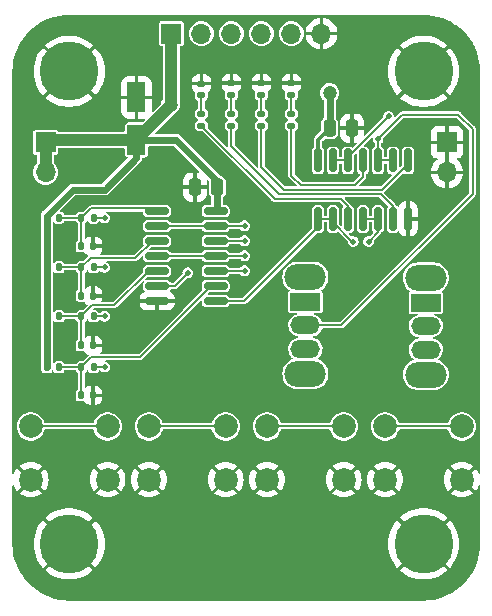
<source format=gbr>
%TF.GenerationSoftware,KiCad,Pcbnew,7.0.1-3b83917a11~172~ubuntu22.04.1*%
%TF.CreationDate,2023-04-07T18:55:37-03:00*%
%TF.ProjectId,button-debouncer,62757474-6f6e-42d6-9465-626f756e6365,rev?*%
%TF.SameCoordinates,Original*%
%TF.FileFunction,Copper,L1,Top*%
%TF.FilePolarity,Positive*%
%FSLAX46Y46*%
G04 Gerber Fmt 4.6, Leading zero omitted, Abs format (unit mm)*
G04 Created by KiCad (PCBNEW 7.0.1-3b83917a11~172~ubuntu22.04.1) date 2023-04-07 18:55:37*
%MOMM*%
%LPD*%
G01*
G04 APERTURE LIST*
G04 Aperture macros list*
%AMRoundRect*
0 Rectangle with rounded corners*
0 $1 Rounding radius*
0 $2 $3 $4 $5 $6 $7 $8 $9 X,Y pos of 4 corners*
0 Add a 4 corners polygon primitive as box body*
4,1,4,$2,$3,$4,$5,$6,$7,$8,$9,$2,$3,0*
0 Add four circle primitives for the rounded corners*
1,1,$1+$1,$2,$3*
1,1,$1+$1,$4,$5*
1,1,$1+$1,$6,$7*
1,1,$1+$1,$8,$9*
0 Add four rect primitives between the rounded corners*
20,1,$1+$1,$2,$3,$4,$5,0*
20,1,$1+$1,$4,$5,$6,$7,0*
20,1,$1+$1,$6,$7,$8,$9,0*
20,1,$1+$1,$8,$9,$2,$3,0*%
G04 Aperture macros list end*
%TA.AperFunction,SMDPad,CuDef*%
%ADD10RoundRect,0.150000X-0.825000X-0.150000X0.825000X-0.150000X0.825000X0.150000X-0.825000X0.150000X0*%
%TD*%
%TA.AperFunction,SMDPad,CuDef*%
%ADD11RoundRect,0.250000X-0.250000X-0.475000X0.250000X-0.475000X0.250000X0.475000X-0.250000X0.475000X0*%
%TD*%
%TA.AperFunction,SMDPad,CuDef*%
%ADD12RoundRect,0.250000X0.250000X0.475000X-0.250000X0.475000X-0.250000X-0.475000X0.250000X-0.475000X0*%
%TD*%
%TA.AperFunction,SMDPad,CuDef*%
%ADD13RoundRect,0.250000X0.550000X-1.050000X0.550000X1.050000X-0.550000X1.050000X-0.550000X-1.050000X0*%
%TD*%
%TA.AperFunction,SMDPad,CuDef*%
%ADD14RoundRect,0.140000X-0.140000X-0.170000X0.140000X-0.170000X0.140000X0.170000X-0.140000X0.170000X0*%
%TD*%
%TA.AperFunction,SMDPad,CuDef*%
%ADD15RoundRect,0.135000X0.185000X-0.135000X0.185000X0.135000X-0.185000X0.135000X-0.185000X-0.135000X0*%
%TD*%
%TA.AperFunction,SMDPad,CuDef*%
%ADD16RoundRect,0.135000X-0.135000X-0.185000X0.135000X-0.185000X0.135000X0.185000X-0.135000X0.185000X0*%
%TD*%
%TA.AperFunction,SMDPad,CuDef*%
%ADD17RoundRect,0.135000X0.135000X0.185000X-0.135000X0.185000X-0.135000X-0.185000X0.135000X-0.185000X0*%
%TD*%
%TA.AperFunction,SMDPad,CuDef*%
%ADD18RoundRect,0.147500X-0.172500X0.147500X-0.172500X-0.147500X0.172500X-0.147500X0.172500X0.147500X0*%
%TD*%
%TA.AperFunction,SMDPad,CuDef*%
%ADD19RoundRect,0.150000X0.150000X-0.825000X0.150000X0.825000X-0.150000X0.825000X-0.150000X-0.825000X0*%
%TD*%
%TA.AperFunction,ComponentPad*%
%ADD20O,3.500000X2.200000*%
%TD*%
%TA.AperFunction,ComponentPad*%
%ADD21R,2.500000X1.500000*%
%TD*%
%TA.AperFunction,ComponentPad*%
%ADD22O,2.500000X1.500000*%
%TD*%
%TA.AperFunction,ComponentPad*%
%ADD23R,1.700000X1.700000*%
%TD*%
%TA.AperFunction,ComponentPad*%
%ADD24O,1.700000X1.700000*%
%TD*%
%TA.AperFunction,ComponentPad*%
%ADD25C,2.000000*%
%TD*%
%TA.AperFunction,ComponentPad*%
%ADD26C,5.000000*%
%TD*%
%TA.AperFunction,ViaPad*%
%ADD27C,0.500000*%
%TD*%
%TA.AperFunction,ViaPad*%
%ADD28C,1.200000*%
%TD*%
%TA.AperFunction,Conductor*%
%ADD29C,0.127000*%
%TD*%
%TA.AperFunction,Conductor*%
%ADD30C,0.600000*%
%TD*%
%TA.AperFunction,Conductor*%
%ADD31C,0.300000*%
%TD*%
%TA.AperFunction,Conductor*%
%ADD32C,1.000000*%
%TD*%
%TA.AperFunction,Conductor*%
%ADD33C,0.254000*%
%TD*%
G04 APERTURE END LIST*
D10*
%TO.P,U1,14,VDD*%
%TO.N,+5V*%
X117400000Y-66800000D03*
%TO.P,U1,13*%
%TO.N,Net-(SW6-A)*%
X117400000Y-68070000D03*
%TO.P,U1,12*%
%TO.N,Net-(SW6-C)*%
X117400000Y-69340000D03*
%TO.P,U1,11*%
%TO.N,Net-(SW5-A)*%
X117400000Y-70610000D03*
%TO.P,U1,10*%
%TO.N,Net-(SW5-C)*%
X117400000Y-71880000D03*
%TO.P,U1,9*%
%TO.N,Net-(C5-Pad1)*%
X117400000Y-73150000D03*
%TO.P,U1,8*%
%TO.N,Q1*%
X117400000Y-74420000D03*
%TO.P,U1,7,VSS*%
%TO.N,GND*%
X112450000Y-74420000D03*
%TO.P,U1,6*%
%TO.N,Q2*%
X112450000Y-73150000D03*
%TO.P,U1,5*%
%TO.N,Net-(C6-Pad1)*%
X112450000Y-71880000D03*
%TO.P,U1,4*%
%TO.N,Net-(SW5-A)*%
X112450000Y-70610000D03*
%TO.P,U1,3*%
%TO.N,Net-(C7-Pad1)*%
X112450000Y-69340000D03*
%TO.P,U1,2*%
%TO.N,Net-(SW6-A)*%
X112450000Y-68070000D03*
%TO.P,U1,1*%
%TO.N,Net-(C8-Pad1)*%
X112450000Y-66800000D03*
%TD*%
D11*
%TO.P,C4,2*%
%TO.N,GND*%
X128950000Y-59800000D03*
%TO.P,C4,1*%
%TO.N,+5V*%
X127050000Y-59800000D03*
%TD*%
D12*
%TO.P,C3,2*%
%TO.N,GND*%
X115650000Y-64800000D03*
%TO.P,C3,1*%
%TO.N,+5V*%
X117550000Y-64800000D03*
%TD*%
D13*
%TO.P,C1,1*%
%TO.N,+5V*%
X110700000Y-60800000D03*
%TO.P,C1,2*%
%TO.N,GND*%
X110700000Y-57200000D03*
%TD*%
D14*
%TO.P,C8,2*%
%TO.N,GND*%
X107000000Y-69800000D03*
%TO.P,C8,1*%
%TO.N,Net-(C8-Pad1)*%
X106040000Y-69800000D03*
%TD*%
%TO.P,C7,2*%
%TO.N,GND*%
X107000000Y-74000000D03*
%TO.P,C7,1*%
%TO.N,Net-(C7-Pad1)*%
X106040000Y-74000000D03*
%TD*%
%TO.P,C6,1*%
%TO.N,Net-(C6-Pad1)*%
X106040000Y-78200000D03*
%TO.P,C6,2*%
%TO.N,GND*%
X107000000Y-78200000D03*
%TD*%
%TO.P,C5,1*%
%TO.N,Net-(C5-Pad1)*%
X106040000Y-82430000D03*
%TO.P,C5,2*%
%TO.N,GND*%
X107000000Y-82430000D03*
%TD*%
D15*
%TO.P,R12,1*%
%TO.N,Net-(R12-Pad1)*%
X123820000Y-59585000D03*
%TO.P,R12,2*%
%TO.N,Net-(D4-A)*%
X123820000Y-58565000D03*
%TD*%
%TO.P,R11,1*%
%TO.N,Net-(R11-Pad1)*%
X121280000Y-59585000D03*
%TO.P,R11,2*%
%TO.N,Net-(D3-A)*%
X121280000Y-58565000D03*
%TD*%
%TO.P,R10,1*%
%TO.N,Net-(R10-Pad1)*%
X118740000Y-59585000D03*
%TO.P,R10,2*%
%TO.N,Net-(D2-A)*%
X118740000Y-58565000D03*
%TD*%
%TO.P,R9,2*%
%TO.N,Net-(D1-A)*%
X116200000Y-58565000D03*
%TO.P,R9,1*%
%TO.N,Net-(R9-Pad1)*%
X116200000Y-59585000D03*
%TD*%
D16*
%TO.P,R8,1*%
%TO.N,+5V*%
X103100000Y-67400000D03*
%TO.P,R8,2*%
%TO.N,Net-(C8-Pad1)*%
X104120000Y-67400000D03*
%TD*%
D17*
%TO.P,R7,1*%
%TO.N,Net-(R7-Pad1)*%
X107060000Y-67400000D03*
%TO.P,R7,2*%
%TO.N,Net-(C8-Pad1)*%
X106040000Y-67400000D03*
%TD*%
D16*
%TO.P,R6,2*%
%TO.N,Net-(C7-Pad1)*%
X104120000Y-71566668D03*
%TO.P,R6,1*%
%TO.N,+5V*%
X103100000Y-71566668D03*
%TD*%
D17*
%TO.P,R5,2*%
%TO.N,Net-(C7-Pad1)*%
X106040000Y-71566668D03*
%TO.P,R5,1*%
%TO.N,Net-(R5-Pad1)*%
X107060000Y-71566668D03*
%TD*%
D16*
%TO.P,R4,1*%
%TO.N,+5V*%
X103100000Y-75733334D03*
%TO.P,R4,2*%
%TO.N,Net-(C6-Pad1)*%
X104120000Y-75733334D03*
%TD*%
D17*
%TO.P,R3,1*%
%TO.N,Net-(R3-Pad1)*%
X107060000Y-75733334D03*
%TO.P,R3,2*%
%TO.N,Net-(C6-Pad1)*%
X106040000Y-75733334D03*
%TD*%
D16*
%TO.P,R2,1*%
%TO.N,+5V*%
X103100000Y-80030000D03*
%TO.P,R2,2*%
%TO.N,Net-(C5-Pad1)*%
X104120000Y-80030000D03*
%TD*%
D17*
%TO.P,R1,1*%
%TO.N,Net-(R1-Pad1)*%
X107060000Y-80030000D03*
%TO.P,R1,2*%
%TO.N,Net-(C5-Pad1)*%
X106040000Y-80030000D03*
%TD*%
D18*
%TO.P,D4,1,K*%
%TO.N,GND*%
X123820000Y-56000000D03*
%TO.P,D4,2,A*%
%TO.N,Net-(D4-A)*%
X123820000Y-56970000D03*
%TD*%
%TO.P,D3,1,K*%
%TO.N,GND*%
X121280000Y-56000000D03*
%TO.P,D3,2,A*%
%TO.N,Net-(D3-A)*%
X121280000Y-56970000D03*
%TD*%
%TO.P,D2,1,K*%
%TO.N,GND*%
X118740000Y-56000000D03*
%TO.P,D2,2,A*%
%TO.N,Net-(D2-A)*%
X118740000Y-56970000D03*
%TD*%
%TO.P,D1,2,A*%
%TO.N,Net-(D1-A)*%
X116200000Y-57000000D03*
%TO.P,D1,1,K*%
%TO.N,GND*%
X116200000Y-56030000D03*
%TD*%
D19*
%TO.P,U2,14,VCC*%
%TO.N,+5V*%
X126065000Y-62535000D03*
%TO.P,U2,13*%
%TO.N,Q4*%
X127335000Y-62535000D03*
%TO.P,U2,12*%
X128605000Y-62535000D03*
%TO.P,U2,11*%
%TO.N,Net-(R12-Pad1)*%
X129875000Y-62535000D03*
%TO.P,U2,10*%
%TO.N,Q3*%
X131145000Y-62535000D03*
%TO.P,U2,9*%
X132415000Y-62535000D03*
%TO.P,U2,8*%
%TO.N,Net-(R11-Pad1)*%
X133685000Y-62535000D03*
%TO.P,U2,7,GND*%
%TO.N,GND*%
X133685000Y-67485000D03*
%TO.P,U2,6*%
%TO.N,Net-(R10-Pad1)*%
X132415000Y-67485000D03*
%TO.P,U2,5*%
%TO.N,Q2*%
X131145000Y-67485000D03*
%TO.P,U2,4*%
X129875000Y-67485000D03*
%TO.P,U2,3*%
%TO.N,Net-(R9-Pad1)*%
X128605000Y-67485000D03*
%TO.P,U2,2*%
%TO.N,Q1*%
X127335000Y-67485000D03*
%TO.P,U2,1*%
X126065000Y-67485000D03*
%TD*%
D20*
%TO.P,SW6,*%
%TO.N,*%
X135200000Y-72464000D03*
X135200000Y-80664000D03*
D21*
%TO.P,SW6,1,A*%
%TO.N,Net-(SW6-A)*%
X135200000Y-74564000D03*
D22*
%TO.P,SW6,2,B*%
%TO.N,Q4*%
X135200000Y-76564000D03*
%TO.P,SW6,3,C*%
%TO.N,Net-(SW6-C)*%
X135200000Y-78564000D03*
%TD*%
D20*
%TO.P,SW5,*%
%TO.N,*%
X125000000Y-72400000D03*
X125000000Y-80600000D03*
D21*
%TO.P,SW5,1,A*%
%TO.N,Net-(SW5-A)*%
X125000000Y-74500000D03*
D22*
%TO.P,SW5,2,B*%
%TO.N,Q3*%
X125000000Y-76500000D03*
%TO.P,SW5,3,C*%
%TO.N,Net-(SW5-C)*%
X125000000Y-78500000D03*
%TD*%
D23*
%TO.P,J3,1,Pin_1*%
%TO.N,+5V*%
X113660000Y-51800000D03*
D24*
%TO.P,J3,2,Pin_2*%
%TO.N,Q1*%
X116200000Y-51800000D03*
%TO.P,J3,3,Pin_3*%
%TO.N,Q2*%
X118740000Y-51800000D03*
%TO.P,J3,4,Pin_4*%
%TO.N,Q3*%
X121280000Y-51800000D03*
%TO.P,J3,5,Pin_5*%
%TO.N,Q4*%
X123820000Y-51800000D03*
%TO.P,J3,6,Pin_6*%
%TO.N,GND*%
X126360000Y-51800000D03*
%TD*%
D25*
%TO.P,SW4,1,1*%
%TO.N,GND*%
X131750000Y-89550000D03*
X138250000Y-89550000D03*
%TO.P,SW4,2,2*%
%TO.N,Net-(R7-Pad1)*%
X131750000Y-85050000D03*
X138250000Y-85050000D03*
%TD*%
%TO.P,SW3,1,1*%
%TO.N,GND*%
X121750000Y-89550000D03*
X128250000Y-89550000D03*
%TO.P,SW3,2,2*%
%TO.N,Net-(R5-Pad1)*%
X121750000Y-85050000D03*
X128250000Y-85050000D03*
%TD*%
%TO.P,SW2,1,1*%
%TO.N,GND*%
X111750000Y-89550000D03*
X118250000Y-89550000D03*
%TO.P,SW2,2,2*%
%TO.N,Net-(R3-Pad1)*%
X111750000Y-85050000D03*
X118250000Y-85050000D03*
%TD*%
%TO.P,SW1,1,1*%
%TO.N,GND*%
X101750000Y-89550000D03*
X108250000Y-89550000D03*
%TO.P,SW1,2,2*%
%TO.N,Net-(R1-Pad1)*%
X101750000Y-85050000D03*
X108250000Y-85050000D03*
%TD*%
D24*
%TO.P,J2,2,Pin_2*%
%TO.N,GND*%
X137000000Y-63540000D03*
D23*
%TO.P,J2,1,Pin_1*%
X137000000Y-61000000D03*
%TD*%
D24*
%TO.P,J1,2,Pin_2*%
%TO.N,+5V*%
X103000000Y-63540000D03*
D23*
%TO.P,J1,1,Pin_1*%
X103000000Y-61000000D03*
%TD*%
D26*
%TO.P,H4,1,1*%
%TO.N,GND*%
X135000000Y-95000000D03*
%TD*%
%TO.P,H3,1,1*%
%TO.N,GND*%
X105000000Y-95000000D03*
%TD*%
%TO.P,H2,1,1*%
%TO.N,GND*%
X135000000Y-55000000D03*
%TD*%
%TO.P,H1,1,1*%
%TO.N,GND*%
X105000000Y-55000000D03*
%TD*%
D27*
%TO.N,GND*%
X130800000Y-64250000D03*
X131950000Y-70300000D03*
%TO.N,Q2*%
X115050000Y-72050000D03*
%TO.N,Q1*%
X129050000Y-69400000D03*
%TO.N,Q2*%
X130350000Y-69400000D03*
%TO.N,Q4*%
X132037746Y-58812254D03*
%TO.N,Q3*%
X131150000Y-60700000D03*
%TO.N,Net-(SW6-A)*%
X119850000Y-68070000D03*
%TO.N,Net-(SW6-C)*%
X119850000Y-69340000D03*
%TO.N,Net-(SW5-A)*%
X119850000Y-70600000D03*
%TO.N,Net-(SW5-C)*%
X119850000Y-71880000D03*
%TO.N,GND*%
X104200000Y-69800000D03*
X104200000Y-74000000D03*
X104200000Y-78200000D03*
%TO.N,Net-(R1-Pad1)*%
X108000000Y-80030000D03*
%TO.N,Net-(R3-Pad1)*%
X108000000Y-75733334D03*
%TO.N,Net-(R5-Pad1)*%
X108000000Y-71600000D03*
%TO.N,Net-(R7-Pad1)*%
X108000000Y-67400000D03*
D28*
%TO.N,+5V*%
X113600000Y-57800000D03*
X127050000Y-56800000D03*
%TD*%
D29*
%TO.N,Net-(R7-Pad1)*%
X131750000Y-85050000D02*
X138250000Y-85050000D01*
%TO.N,Net-(R5-Pad1)*%
X121750000Y-85050000D02*
X128250000Y-85050000D01*
%TO.N,Net-(R3-Pad1)*%
X111750000Y-85050000D02*
X118250000Y-85050000D01*
%TO.N,Net-(R1-Pad1)*%
X101750000Y-85050000D02*
X108250000Y-85050000D01*
%TO.N,Q3*%
X131150000Y-60700000D02*
X133200000Y-58650000D01*
X133200000Y-58650000D02*
X137950000Y-58650000D01*
X137950000Y-58650000D02*
X139150000Y-59850000D01*
X139150000Y-59850000D02*
X139150000Y-65400000D01*
X139150000Y-65400000D02*
X128050000Y-76500000D01*
X128050000Y-76500000D02*
X125000000Y-76500000D01*
%TO.N,Q2*%
X112450000Y-73150000D02*
X113950000Y-73150000D01*
X113950000Y-73150000D02*
X115050000Y-72050000D01*
%TO.N,Q1*%
X117400000Y-74420000D02*
X119830000Y-74420000D01*
X119830000Y-74420000D02*
X126065000Y-68185000D01*
X126065000Y-68185000D02*
X126065000Y-67485000D01*
X127335000Y-67485000D02*
X127335000Y-67774777D01*
X127335000Y-67774777D02*
X128960223Y-69400000D01*
X128960223Y-69400000D02*
X129050000Y-69400000D01*
%TO.N,Q2*%
X131145000Y-67485000D02*
X131145000Y-68605000D01*
X131145000Y-68605000D02*
X130350000Y-69400000D01*
%TO.N,Q3*%
X131145000Y-62535000D02*
X131145000Y-60705000D01*
X131145000Y-60705000D02*
X131150000Y-60700000D01*
%TO.N,Q4*%
X132037746Y-58812254D02*
X129800223Y-61049777D01*
X129800223Y-61049777D02*
X129800223Y-61050000D01*
X129800223Y-61050000D02*
X128605000Y-62245223D01*
X128605000Y-62245223D02*
X128605000Y-62535000D01*
%TO.N,Net-(SW6-C)*%
X117400000Y-69340000D02*
X119850000Y-69340000D01*
%TO.N,Net-(SW5-A)*%
X117400000Y-70610000D02*
X119840000Y-70610000D01*
%TO.N,Net-(SW5-C)*%
X117400000Y-71880000D02*
X119850000Y-71880000D01*
%TO.N,Net-(SW6-A)*%
X117400000Y-68070000D02*
X119780000Y-68070000D01*
D30*
%TO.N,+5V*%
X117550000Y-64800000D02*
X117550000Y-66650000D01*
X117550000Y-66650000D02*
X117400000Y-66800000D01*
X114065000Y-60800000D02*
X117550000Y-64285000D01*
X117550000Y-64285000D02*
X117550000Y-64800000D01*
X114065000Y-60800000D02*
X110700000Y-60800000D01*
X103100000Y-67400000D02*
X103100000Y-67201974D01*
X103100000Y-67201974D02*
X105301974Y-65000000D01*
X105301974Y-65000000D02*
X108000000Y-65000000D01*
X108000000Y-65000000D02*
X110700000Y-62300000D01*
X110700000Y-62300000D02*
X110700000Y-60800000D01*
D29*
%TO.N,Net-(R5-Pad1)*%
X108000000Y-71600000D02*
X107093332Y-71600000D01*
D31*
X107093332Y-71600000D02*
X107060000Y-71566668D01*
D32*
%TO.N,+5V*%
X113660000Y-51800000D02*
X113660000Y-57840000D01*
X113660000Y-57840000D02*
X110700000Y-60800000D01*
D29*
%TO.N,Net-(C8-Pad1)*%
X106040000Y-67400000D02*
X106840000Y-66600000D01*
X106840000Y-66600000D02*
X112250000Y-66600000D01*
X112250000Y-66600000D02*
X112450000Y-66800000D01*
%TO.N,Net-(C7-Pad1)*%
X106040000Y-71566668D02*
X106806668Y-70800000D01*
X106806668Y-70800000D02*
X110610420Y-70800000D01*
X110610420Y-70800000D02*
X112070420Y-69340000D01*
D33*
X112070420Y-69340000D02*
X112450000Y-69340000D01*
D29*
%TO.N,Net-(C6-Pad1)*%
X106040000Y-75733334D02*
X106973334Y-74800000D01*
X106973334Y-74800000D02*
X108800000Y-74800000D01*
X108800000Y-74800000D02*
X111720000Y-71880000D01*
X111720000Y-71880000D02*
X112450000Y-71880000D01*
%TO.N,Net-(C5-Pad1)*%
X106040000Y-80030000D02*
X106870000Y-79200000D01*
X106870000Y-79200000D02*
X111000000Y-79200000D01*
X111000000Y-79200000D02*
X114800000Y-75400000D01*
D33*
X117020420Y-73150000D02*
X117400000Y-73150000D01*
D29*
X114800000Y-75370420D02*
X117020420Y-73150000D01*
%TO.N,Net-(R1-Pad1)*%
X107970000Y-80030000D02*
X107060000Y-80030000D01*
%TO.N,Net-(R3-Pad1)*%
X107933334Y-75733334D02*
X107060000Y-75733334D01*
D30*
%TO.N,+5V*%
X103100000Y-71566668D02*
X103100000Y-67400000D01*
X103100000Y-75733334D02*
X103100000Y-71566668D01*
X103100000Y-80030000D02*
X103100000Y-75733334D01*
D29*
%TO.N,Net-(SW6-A)*%
X112450000Y-68070000D02*
X117400000Y-68070000D01*
%TO.N,Net-(SW5-A)*%
X112450000Y-70610000D02*
X117400000Y-70610000D01*
%TO.N,Net-(R7-Pad1)*%
X107060000Y-67400000D02*
X108000000Y-67400000D01*
%TO.N,Net-(C8-Pad1)*%
X104120000Y-67400000D02*
X106040000Y-67400000D01*
%TO.N,Net-(C7-Pad1)*%
X106040000Y-71566668D02*
X104120000Y-71566668D01*
%TO.N,Net-(C6-Pad1)*%
X104120000Y-75733334D02*
X106040000Y-75733334D01*
%TO.N,Net-(C5-Pad1)*%
X106040000Y-80030000D02*
X104120000Y-80030000D01*
%TO.N,Net-(C8-Pad1)*%
X106040000Y-69800000D02*
X106040000Y-67400000D01*
%TO.N,Net-(C7-Pad1)*%
X106040000Y-74000000D02*
X106040000Y-71566668D01*
%TO.N,Net-(C6-Pad1)*%
X106040000Y-78200000D02*
X106040000Y-75733334D01*
%TO.N,Net-(C5-Pad1)*%
X106040000Y-82430000D02*
X106040000Y-80030000D01*
D31*
%TO.N,+5V*%
X126065000Y-60785000D02*
X127050000Y-59800000D01*
D30*
X127050000Y-56800000D02*
X127050000Y-59800000D01*
D31*
X126065000Y-60785000D02*
X126065000Y-62535000D01*
D29*
%TO.N,Net-(D4-A)*%
X123820000Y-58565000D02*
X123820000Y-56970000D01*
%TO.N,Net-(D3-A)*%
X121280000Y-58565000D02*
X121280000Y-56970000D01*
%TO.N,Net-(D2-A)*%
X118740000Y-58565000D02*
X118740000Y-56970000D01*
%TO.N,Net-(D1-A)*%
X116200000Y-58565000D02*
X116200000Y-57000000D01*
D32*
%TO.N,+5V*%
X103000000Y-61000000D02*
X103000000Y-63540000D01*
X110700000Y-60800000D02*
X103200000Y-60800000D01*
X103200000Y-60800000D02*
X103000000Y-61000000D01*
D29*
%TO.N,Q2*%
X129875000Y-67485000D02*
X131145000Y-67485000D01*
%TO.N,Q1*%
X126065000Y-67485000D02*
X127335000Y-67485000D01*
%TO.N,Q3*%
X131145000Y-62535000D02*
X132415000Y-62535000D01*
%TO.N,Q4*%
X127335000Y-62535000D02*
X128605000Y-62535000D01*
%TO.N,Net-(R12-Pad1)*%
X129875000Y-62535000D02*
X129875000Y-63925000D01*
X129875000Y-63925000D02*
X129200000Y-64600000D01*
X123820000Y-63820000D02*
X123820000Y-59585000D01*
X129200000Y-64600000D02*
X124600000Y-64600000D01*
X124600000Y-64600000D02*
X123820000Y-63820000D01*
%TO.N,Net-(R11-Pad1)*%
X121280000Y-59585000D02*
X121280000Y-63080000D01*
X121280000Y-63080000D02*
X123200000Y-65000000D01*
X133685000Y-62824777D02*
X133685000Y-62535000D01*
X123200000Y-65000000D02*
X131509777Y-65000000D01*
X131509777Y-65000000D02*
X133685000Y-62824777D01*
%TO.N,Net-(R10-Pad1)*%
X118740000Y-59585000D02*
X118740000Y-61340000D01*
X118740000Y-61340000D02*
X122800000Y-65400000D01*
X122800000Y-65400000D02*
X131400000Y-65400000D01*
X131400000Y-65400000D02*
X132415000Y-66415000D01*
X132415000Y-66415000D02*
X132415000Y-67485000D01*
%TO.N,Net-(R9-Pad1)*%
X116200000Y-59585000D02*
X122415000Y-65800000D01*
X122415000Y-65800000D02*
X128000000Y-65800000D01*
X128000000Y-65800000D02*
X128605000Y-66405000D01*
X128605000Y-66405000D02*
X128605000Y-67485000D01*
%TD*%
%TA.AperFunction,Conductor*%
%TO.N,GND*%
G36*
X105565419Y-76007122D02*
G01*
X105588482Y-76033421D01*
X105625934Y-76113738D01*
X105709595Y-76197399D01*
X105739914Y-76211537D01*
X105766212Y-76234600D01*
X105776000Y-76268181D01*
X105776000Y-77672305D01*
X105766212Y-77705886D01*
X105739913Y-77728949D01*
X105701683Y-77746775D01*
X105616775Y-77831683D01*
X105566027Y-77940514D01*
X105559500Y-77990095D01*
X105559500Y-78409896D01*
X105566028Y-78459489D01*
X105616775Y-78568316D01*
X105701683Y-78653224D01*
X105756098Y-78678598D01*
X105810513Y-78703972D01*
X105860099Y-78710500D01*
X106219900Y-78710499D01*
X106219901Y-78710499D01*
X106227488Y-78709500D01*
X106261195Y-78705063D01*
X106296701Y-78710830D01*
X106323149Y-78735213D01*
X106343912Y-78770322D01*
X106459680Y-78886090D01*
X106607399Y-78973451D01*
X106606409Y-78975124D01*
X106631478Y-78993331D01*
X106642013Y-79034345D01*
X106623984Y-79072662D01*
X106205454Y-79491194D01*
X106185178Y-79504742D01*
X106161260Y-79509500D01*
X105865681Y-79509500D01*
X105816828Y-79515931D01*
X105709595Y-79565934D01*
X105625934Y-79649595D01*
X105588482Y-79729913D01*
X105565419Y-79756212D01*
X105531838Y-79766000D01*
X104628162Y-79766000D01*
X104594581Y-79756212D01*
X104571518Y-79729913D01*
X104534065Y-79649595D01*
X104450404Y-79565934D01*
X104343171Y-79515931D01*
X104294319Y-79509500D01*
X104294316Y-79509500D01*
X103945684Y-79509500D01*
X103945681Y-79509500D01*
X103896828Y-79515931D01*
X103789595Y-79565934D01*
X103707194Y-79648336D01*
X103663000Y-79666642D01*
X103618806Y-79648336D01*
X103600500Y-79604142D01*
X103600500Y-76159192D01*
X103618806Y-76114998D01*
X103663000Y-76096692D01*
X103707194Y-76114998D01*
X103789595Y-76197399D01*
X103833118Y-76217694D01*
X103896827Y-76247402D01*
X103909041Y-76249010D01*
X103945681Y-76253834D01*
X103945684Y-76253834D01*
X104294316Y-76253834D01*
X104294319Y-76253834D01*
X104323630Y-76249974D01*
X104343173Y-76247402D01*
X104450404Y-76197399D01*
X104534065Y-76113738D01*
X104571517Y-76033421D01*
X104594581Y-76007122D01*
X104628162Y-75997334D01*
X105531838Y-75997334D01*
X105565419Y-76007122D01*
G37*
%TD.AperFunction*%
%TA.AperFunction,Conductor*%
G36*
X105565419Y-71840456D02*
G01*
X105588482Y-71866755D01*
X105625934Y-71947072D01*
X105709595Y-72030733D01*
X105739914Y-72044871D01*
X105766212Y-72067934D01*
X105776000Y-72101515D01*
X105776000Y-73472305D01*
X105766212Y-73505886D01*
X105739913Y-73528949D01*
X105701683Y-73546775D01*
X105616775Y-73631683D01*
X105566027Y-73740514D01*
X105559500Y-73790095D01*
X105559500Y-74209896D01*
X105566028Y-74259489D01*
X105616775Y-74368316D01*
X105701683Y-74453224D01*
X105738003Y-74470160D01*
X105810513Y-74503972D01*
X105860099Y-74510500D01*
X106219900Y-74510499D01*
X106219901Y-74510499D01*
X106227488Y-74509500D01*
X106261195Y-74505063D01*
X106296701Y-74510830D01*
X106323149Y-74535213D01*
X106343912Y-74570322D01*
X106459680Y-74686090D01*
X106550066Y-74739544D01*
X106575078Y-74767322D01*
X106579763Y-74804408D01*
X106562445Y-74837534D01*
X106205454Y-75194528D01*
X106185178Y-75208076D01*
X106161260Y-75212834D01*
X105865681Y-75212834D01*
X105816828Y-75219265D01*
X105709595Y-75269268D01*
X105625934Y-75352929D01*
X105588482Y-75433247D01*
X105565419Y-75459546D01*
X105531838Y-75469334D01*
X104628162Y-75469334D01*
X104594581Y-75459546D01*
X104571518Y-75433247D01*
X104534065Y-75352929D01*
X104450404Y-75269268D01*
X104343171Y-75219265D01*
X104294319Y-75212834D01*
X104294316Y-75212834D01*
X103945684Y-75212834D01*
X103945681Y-75212834D01*
X103896828Y-75219265D01*
X103789595Y-75269268D01*
X103707194Y-75351670D01*
X103663000Y-75369976D01*
X103618806Y-75351670D01*
X103600500Y-75307476D01*
X103600500Y-71992526D01*
X103618806Y-71948332D01*
X103663000Y-71930026D01*
X103707194Y-71948332D01*
X103789595Y-72030733D01*
X103830914Y-72050000D01*
X103896827Y-72080736D01*
X103909041Y-72082343D01*
X103945681Y-72087168D01*
X103945684Y-72087168D01*
X104294316Y-72087168D01*
X104294319Y-72087168D01*
X104323630Y-72083308D01*
X104343173Y-72080736D01*
X104450404Y-72030733D01*
X104534065Y-71947072D01*
X104562744Y-71885571D01*
X104571518Y-71866755D01*
X104594581Y-71840456D01*
X104628162Y-71830668D01*
X105531838Y-71830668D01*
X105565419Y-71840456D01*
G37*
%TD.AperFunction*%
%TA.AperFunction,Conductor*%
G36*
X105565419Y-67673788D02*
G01*
X105588482Y-67700087D01*
X105625934Y-67780404D01*
X105709595Y-67864065D01*
X105739914Y-67878203D01*
X105766212Y-67901266D01*
X105776000Y-67934847D01*
X105776000Y-69272305D01*
X105766212Y-69305886D01*
X105739913Y-69328949D01*
X105701683Y-69346775D01*
X105616775Y-69431683D01*
X105566027Y-69540514D01*
X105559500Y-69590095D01*
X105559500Y-70009896D01*
X105566028Y-70059489D01*
X105616775Y-70168316D01*
X105701683Y-70253224D01*
X105756098Y-70278597D01*
X105810513Y-70303972D01*
X105860099Y-70310500D01*
X106219900Y-70310499D01*
X106219901Y-70310499D01*
X106227488Y-70309500D01*
X106261195Y-70305063D01*
X106296701Y-70310830D01*
X106323149Y-70335213D01*
X106343912Y-70370322D01*
X106459680Y-70486090D01*
X106571013Y-70551932D01*
X106596025Y-70579710D01*
X106600710Y-70616796D01*
X106583392Y-70649922D01*
X106205454Y-71027862D01*
X106185178Y-71041410D01*
X106161260Y-71046168D01*
X105865681Y-71046168D01*
X105816828Y-71052599D01*
X105709595Y-71102602D01*
X105625934Y-71186263D01*
X105588482Y-71266581D01*
X105565419Y-71292880D01*
X105531838Y-71302668D01*
X104628162Y-71302668D01*
X104594581Y-71292880D01*
X104571518Y-71266581D01*
X104534065Y-71186263D01*
X104450404Y-71102602D01*
X104343171Y-71052599D01*
X104294319Y-71046168D01*
X104294316Y-71046168D01*
X103945684Y-71046168D01*
X103945681Y-71046168D01*
X103896828Y-71052599D01*
X103789595Y-71102602D01*
X103707194Y-71185004D01*
X103663000Y-71203310D01*
X103618806Y-71185004D01*
X103600500Y-71140810D01*
X103600500Y-67825858D01*
X103618806Y-67781664D01*
X103663000Y-67763358D01*
X103707194Y-67781664D01*
X103789595Y-67864065D01*
X103838222Y-67886740D01*
X103896827Y-67914068D01*
X103909041Y-67915676D01*
X103945681Y-67920500D01*
X103945684Y-67920500D01*
X104294316Y-67920500D01*
X104294319Y-67920500D01*
X104323630Y-67916640D01*
X104343173Y-67914068D01*
X104450404Y-67864065D01*
X104534065Y-67780404D01*
X104571517Y-67700087D01*
X104594581Y-67673788D01*
X104628162Y-67664000D01*
X105531838Y-67664000D01*
X105565419Y-67673788D01*
G37*
%TD.AperFunction*%
%TA.AperFunction,Conductor*%
G36*
X130663054Y-60620769D02*
G01*
X130690459Y-60647688D01*
X130696943Y-60685551D01*
X130694866Y-60699997D01*
X130708128Y-60792231D01*
X130713303Y-60828226D01*
X130751505Y-60911876D01*
X130767118Y-60946063D01*
X130851951Y-61043967D01*
X130852288Y-61044184D01*
X130873354Y-61066809D01*
X130881000Y-61096763D01*
X130881000Y-61336576D01*
X130871518Y-61369672D01*
X130845950Y-61392724D01*
X130812539Y-61409058D01*
X130788516Y-61420802D01*
X130705801Y-61503517D01*
X130654427Y-61608605D01*
X130644500Y-61676740D01*
X130644500Y-63393260D01*
X130654427Y-63461394D01*
X130705801Y-63566482D01*
X130705802Y-63566483D01*
X130788517Y-63649198D01*
X130893607Y-63700573D01*
X130961740Y-63710500D01*
X131328260Y-63710500D01*
X131396393Y-63700573D01*
X131501483Y-63649198D01*
X131584198Y-63566483D01*
X131635573Y-63461393D01*
X131645500Y-63393260D01*
X131645500Y-62861500D01*
X131663806Y-62817306D01*
X131708000Y-62799000D01*
X131852000Y-62799000D01*
X131896194Y-62817306D01*
X131914500Y-62861500D01*
X131914500Y-63393260D01*
X131924427Y-63461394D01*
X131975801Y-63566482D01*
X131975802Y-63566483D01*
X132058517Y-63649198D01*
X132163607Y-63700573D01*
X132231740Y-63710500D01*
X132275037Y-63710500D01*
X132319231Y-63728806D01*
X132337537Y-63773000D01*
X132319231Y-63817194D01*
X131418731Y-64717694D01*
X131374537Y-64736000D01*
X129588240Y-64736000D01*
X129544046Y-64717694D01*
X129525740Y-64673500D01*
X129544046Y-64629306D01*
X129667444Y-64505908D01*
X130038939Y-64134411D01*
X130048401Y-64126646D01*
X130065333Y-64115333D01*
X130123683Y-64028008D01*
X130139000Y-63951002D01*
X130140201Y-63944965D01*
X130140201Y-63944960D01*
X130144171Y-63924999D01*
X130140201Y-63905040D01*
X130139000Y-63892848D01*
X130139000Y-63733424D01*
X130148482Y-63700328D01*
X130174049Y-63677275D01*
X130231483Y-63649198D01*
X130314198Y-63566483D01*
X130365573Y-63461393D01*
X130375500Y-63393260D01*
X130375500Y-61676740D01*
X130365573Y-61608607D01*
X130314198Y-61503517D01*
X130231483Y-61420802D01*
X130231482Y-61420801D01*
X130126394Y-61369427D01*
X130058260Y-61359500D01*
X130018245Y-61359500D01*
X129981014Y-61347200D01*
X129958436Y-61315143D01*
X129959398Y-61275945D01*
X129983522Y-61245033D01*
X129984168Y-61244600D01*
X129990556Y-61240333D01*
X129999354Y-61227163D01*
X129999389Y-61227128D01*
X130002304Y-61222758D01*
X130010101Y-61213249D01*
X130590887Y-60632463D01*
X130625081Y-60614964D01*
X130663054Y-60620769D01*
G37*
%TD.AperFunction*%
%TA.AperFunction,Conductor*%
G36*
X135001351Y-50200559D02*
G01*
X135415593Y-50218645D01*
X135421011Y-50219120D01*
X135830728Y-50273060D01*
X135836063Y-50274000D01*
X136239566Y-50363454D01*
X136244791Y-50364855D01*
X136638928Y-50489126D01*
X136644042Y-50490987D01*
X137025840Y-50649134D01*
X137030770Y-50651432D01*
X137397338Y-50842255D01*
X137402038Y-50844968D01*
X137689636Y-51028189D01*
X137750571Y-51067009D01*
X137755038Y-51070136D01*
X138082900Y-51321713D01*
X138087076Y-51325218D01*
X138391746Y-51604397D01*
X138395602Y-51608253D01*
X138674781Y-51912923D01*
X138678286Y-51917099D01*
X138929863Y-52244961D01*
X138932990Y-52249428D01*
X139155024Y-52597950D01*
X139157748Y-52602668D01*
X139196799Y-52677685D01*
X139348564Y-52969224D01*
X139350868Y-52974165D01*
X139509010Y-53355952D01*
X139510875Y-53361076D01*
X139635141Y-53755198D01*
X139636548Y-53760449D01*
X139725994Y-54163908D01*
X139726940Y-54169277D01*
X139780878Y-54578981D01*
X139781354Y-54584413D01*
X139799441Y-54998649D01*
X139799500Y-55001375D01*
X139799500Y-89036021D01*
X139785313Y-89075671D01*
X139749193Y-89097320D01*
X139707538Y-89091141D01*
X139679258Y-89059939D01*
X139597793Y-88863266D01*
X139473768Y-88660876D01*
X139417333Y-88594799D01*
X139417332Y-88594798D01*
X138462131Y-89549999D01*
X139417332Y-90505200D01*
X139473770Y-90439120D01*
X139597793Y-90236733D01*
X139679258Y-90040061D01*
X139707538Y-90008859D01*
X139749193Y-90002680D01*
X139785313Y-90024329D01*
X139799500Y-90063979D01*
X139799500Y-94998625D01*
X139799441Y-95001351D01*
X139781354Y-95415586D01*
X139780878Y-95421018D01*
X139726940Y-95830722D01*
X139725995Y-95836085D01*
X139636550Y-96239545D01*
X139635141Y-96244801D01*
X139510875Y-96638923D01*
X139509010Y-96644047D01*
X139350868Y-97025834D01*
X139348564Y-97030775D01*
X139157750Y-97397327D01*
X139155024Y-97402049D01*
X138932990Y-97750571D01*
X138929863Y-97755038D01*
X138678286Y-98082900D01*
X138674781Y-98087076D01*
X138395602Y-98391746D01*
X138391746Y-98395602D01*
X138087076Y-98674781D01*
X138082900Y-98678286D01*
X137755038Y-98929863D01*
X137750571Y-98932990D01*
X137402049Y-99155024D01*
X137397327Y-99157750D01*
X137030775Y-99348564D01*
X137025834Y-99350868D01*
X136644047Y-99509010D01*
X136638923Y-99510875D01*
X136244801Y-99635141D01*
X136239545Y-99636550D01*
X135836085Y-99725995D01*
X135830722Y-99726940D01*
X135421018Y-99780878D01*
X135415586Y-99781354D01*
X135001351Y-99799441D01*
X134998625Y-99799500D01*
X105001375Y-99799500D01*
X104998649Y-99799441D01*
X104584413Y-99781354D01*
X104578981Y-99780878D01*
X104169277Y-99726940D01*
X104163918Y-99725995D01*
X103760449Y-99636548D01*
X103755198Y-99635141D01*
X103361076Y-99510875D01*
X103355952Y-99509010D01*
X102974165Y-99350868D01*
X102969224Y-99348564D01*
X102768024Y-99243826D01*
X102602668Y-99157748D01*
X102597950Y-99155024D01*
X102249428Y-98932990D01*
X102244961Y-98929863D01*
X101917099Y-98678286D01*
X101912923Y-98674781D01*
X101608253Y-98395602D01*
X101604397Y-98391746D01*
X101325218Y-98087076D01*
X101321713Y-98082900D01*
X101276880Y-98024473D01*
X101070136Y-97755038D01*
X101067009Y-97750571D01*
X100854422Y-97416877D01*
X100844968Y-97402038D01*
X100842255Y-97397338D01*
X100756127Y-97231888D01*
X102980243Y-97231888D01*
X103200703Y-97416877D01*
X103493449Y-97609418D01*
X103806572Y-97766674D01*
X104135837Y-97886517D01*
X104476780Y-97967322D01*
X104824801Y-98008000D01*
X105175199Y-98008000D01*
X105523219Y-97967322D01*
X105864162Y-97886517D01*
X106193427Y-97766674D01*
X106506550Y-97609418D01*
X106799296Y-97416877D01*
X107019755Y-97231888D01*
X132980243Y-97231888D01*
X133200703Y-97416877D01*
X133493449Y-97609418D01*
X133806572Y-97766674D01*
X134135837Y-97886517D01*
X134476780Y-97967322D01*
X134824801Y-98008000D01*
X135175199Y-98008000D01*
X135523219Y-97967322D01*
X135864162Y-97886517D01*
X136193427Y-97766674D01*
X136506550Y-97609418D01*
X136799296Y-97416877D01*
X137019755Y-97231888D01*
X137019755Y-97231887D01*
X135000000Y-95212132D01*
X132980243Y-97231887D01*
X132980243Y-97231888D01*
X107019755Y-97231888D01*
X107019755Y-97231887D01*
X105000000Y-95212132D01*
X102980243Y-97231887D01*
X102980243Y-97231888D01*
X100756127Y-97231888D01*
X100651432Y-97030770D01*
X100649131Y-97025834D01*
X100646186Y-97018725D01*
X100490987Y-96644042D01*
X100489124Y-96638923D01*
X100364858Y-96244801D01*
X100363454Y-96239566D01*
X100274000Y-95836063D01*
X100273059Y-95830722D01*
X100255174Y-95694867D01*
X100219120Y-95421011D01*
X100218645Y-95415586D01*
X100200559Y-95001351D01*
X100200530Y-95000000D01*
X101986901Y-95000000D01*
X102007274Y-95349800D01*
X102068119Y-95694867D01*
X102168611Y-96030532D01*
X102307397Y-96352276D01*
X102482595Y-96655726D01*
X102691832Y-96936781D01*
X102769142Y-97018725D01*
X104787868Y-95000000D01*
X104787867Y-94999999D01*
X105212131Y-94999999D01*
X107230856Y-97018725D01*
X107308167Y-96936781D01*
X107517404Y-96655726D01*
X107692602Y-96352276D01*
X107831388Y-96030532D01*
X107931880Y-95694867D01*
X107992725Y-95349800D01*
X108013098Y-95000000D01*
X131986901Y-95000000D01*
X132007274Y-95349800D01*
X132068119Y-95694867D01*
X132168611Y-96030532D01*
X132307397Y-96352276D01*
X132482595Y-96655726D01*
X132691832Y-96936781D01*
X132769142Y-97018725D01*
X134787868Y-95000000D01*
X135212132Y-95000000D01*
X137230856Y-97018725D01*
X137308167Y-96936781D01*
X137517404Y-96655726D01*
X137692602Y-96352276D01*
X137831388Y-96030532D01*
X137931880Y-95694867D01*
X137992725Y-95349800D01*
X138013098Y-94999999D01*
X137992725Y-94650199D01*
X137931880Y-94305132D01*
X137831388Y-93969467D01*
X137692602Y-93647723D01*
X137517404Y-93344273D01*
X137308167Y-93063218D01*
X137230856Y-92981273D01*
X135212132Y-95000000D01*
X134787868Y-95000000D01*
X132769142Y-92981273D01*
X132691832Y-93063218D01*
X132482595Y-93344273D01*
X132307397Y-93647723D01*
X132168611Y-93969467D01*
X132068119Y-94305132D01*
X132007274Y-94650199D01*
X131986901Y-95000000D01*
X108013098Y-95000000D01*
X107992725Y-94650199D01*
X107931880Y-94305132D01*
X107831388Y-93969467D01*
X107692602Y-93647723D01*
X107517404Y-93344273D01*
X107308167Y-93063218D01*
X107230856Y-92981273D01*
X105212131Y-94999999D01*
X104787867Y-94999999D01*
X102769142Y-92981273D01*
X102691832Y-93063218D01*
X102482595Y-93344273D01*
X102307397Y-93647723D01*
X102168611Y-93969467D01*
X102068119Y-94305132D01*
X102007274Y-94650199D01*
X101986901Y-95000000D01*
X100200530Y-95000000D01*
X100200500Y-94998625D01*
X100200500Y-92768111D01*
X102980243Y-92768111D01*
X104999999Y-94787867D01*
X107019755Y-92768111D01*
X132980243Y-92768111D01*
X134999999Y-94787867D01*
X137019755Y-92768111D01*
X137019755Y-92768110D01*
X136799296Y-92583122D01*
X136506550Y-92390581D01*
X136193427Y-92233325D01*
X135864162Y-92113482D01*
X135523219Y-92032677D01*
X135175199Y-91992000D01*
X134824801Y-91992000D01*
X134476780Y-92032677D01*
X134135837Y-92113482D01*
X133806572Y-92233325D01*
X133493449Y-92390581D01*
X133200703Y-92583122D01*
X132980243Y-92768110D01*
X132980243Y-92768111D01*
X107019755Y-92768111D01*
X107019755Y-92768110D01*
X106799296Y-92583122D01*
X106506550Y-92390581D01*
X106193427Y-92233325D01*
X105864162Y-92113482D01*
X105523219Y-92032677D01*
X105175199Y-91992000D01*
X104824801Y-91992000D01*
X104476780Y-92032677D01*
X104135837Y-92113482D01*
X103806572Y-92233325D01*
X103493449Y-92390581D01*
X103200703Y-92583122D01*
X102980243Y-92768110D01*
X102980243Y-92768111D01*
X100200500Y-92768111D01*
X100200500Y-90717332D01*
X100794798Y-90717332D01*
X100794799Y-90717333D01*
X100860876Y-90773768D01*
X101063266Y-90897793D01*
X101282560Y-90988628D01*
X101513368Y-91044039D01*
X101750000Y-91062663D01*
X101986631Y-91044039D01*
X102217439Y-90988628D01*
X102436733Y-90897793D01*
X102639120Y-90773770D01*
X102705200Y-90717332D01*
X107294798Y-90717332D01*
X107294799Y-90717333D01*
X107360876Y-90773768D01*
X107563266Y-90897793D01*
X107782560Y-90988628D01*
X108013368Y-91044039D01*
X108250000Y-91062663D01*
X108486631Y-91044039D01*
X108717439Y-90988628D01*
X108936733Y-90897793D01*
X109139120Y-90773770D01*
X109205200Y-90717332D01*
X110794798Y-90717332D01*
X110794799Y-90717333D01*
X110860876Y-90773768D01*
X111063266Y-90897793D01*
X111282560Y-90988628D01*
X111513368Y-91044039D01*
X111750000Y-91062663D01*
X111986631Y-91044039D01*
X112217439Y-90988628D01*
X112436733Y-90897793D01*
X112639120Y-90773770D01*
X112705200Y-90717332D01*
X117294798Y-90717332D01*
X117294799Y-90717333D01*
X117360876Y-90773768D01*
X117563266Y-90897793D01*
X117782560Y-90988628D01*
X118013368Y-91044039D01*
X118250000Y-91062663D01*
X118486631Y-91044039D01*
X118717439Y-90988628D01*
X118936733Y-90897793D01*
X119139120Y-90773770D01*
X119205200Y-90717332D01*
X120794798Y-90717332D01*
X120794799Y-90717333D01*
X120860876Y-90773768D01*
X121063266Y-90897793D01*
X121282560Y-90988628D01*
X121513368Y-91044039D01*
X121750000Y-91062663D01*
X121986631Y-91044039D01*
X122217439Y-90988628D01*
X122436733Y-90897793D01*
X122639120Y-90773770D01*
X122705200Y-90717332D01*
X127294798Y-90717332D01*
X127294799Y-90717333D01*
X127360876Y-90773768D01*
X127563266Y-90897793D01*
X127782560Y-90988628D01*
X128013368Y-91044039D01*
X128250000Y-91062663D01*
X128486631Y-91044039D01*
X128717439Y-90988628D01*
X128936733Y-90897793D01*
X129139120Y-90773770D01*
X129205200Y-90717332D01*
X130794798Y-90717332D01*
X130794799Y-90717333D01*
X130860876Y-90773768D01*
X131063266Y-90897793D01*
X131282560Y-90988628D01*
X131513368Y-91044039D01*
X131750000Y-91062663D01*
X131986631Y-91044039D01*
X132217439Y-90988628D01*
X132436733Y-90897793D01*
X132639120Y-90773770D01*
X132705200Y-90717332D01*
X137294798Y-90717332D01*
X137294799Y-90717333D01*
X137360876Y-90773768D01*
X137563266Y-90897793D01*
X137782560Y-90988628D01*
X138013368Y-91044039D01*
X138250000Y-91062663D01*
X138486631Y-91044039D01*
X138717439Y-90988628D01*
X138936733Y-90897793D01*
X139139120Y-90773770D01*
X139205200Y-90717332D01*
X138250000Y-89762132D01*
X137294798Y-90717332D01*
X132705200Y-90717332D01*
X131750000Y-89762132D01*
X130794798Y-90717332D01*
X129205200Y-90717332D01*
X128250000Y-89762132D01*
X127294798Y-90717332D01*
X122705200Y-90717332D01*
X121750000Y-89762132D01*
X120794798Y-90717332D01*
X119205200Y-90717332D01*
X118250000Y-89762132D01*
X117294798Y-90717332D01*
X112705200Y-90717332D01*
X111750000Y-89762132D01*
X110794798Y-90717332D01*
X109205200Y-90717332D01*
X108250000Y-89762132D01*
X107294798Y-90717332D01*
X102705200Y-90717332D01*
X101750000Y-89762132D01*
X100794798Y-90717332D01*
X100200500Y-90717332D01*
X100200500Y-90063979D01*
X100214687Y-90024329D01*
X100250807Y-90002680D01*
X100292462Y-90008859D01*
X100320742Y-90040061D01*
X100402206Y-90236733D01*
X100526229Y-90439119D01*
X100582666Y-90505200D01*
X101537866Y-89550000D01*
X101962132Y-89550000D01*
X102917332Y-90505200D01*
X102973770Y-90439120D01*
X103097793Y-90236733D01*
X103188628Y-90017439D01*
X103244039Y-89786631D01*
X103262663Y-89550000D01*
X106737336Y-89550000D01*
X106755960Y-89786631D01*
X106811371Y-90017439D01*
X106902206Y-90236733D01*
X107026229Y-90439119D01*
X107082666Y-90505200D01*
X108037866Y-89550000D01*
X108462132Y-89550000D01*
X109417332Y-90505200D01*
X109473770Y-90439120D01*
X109597793Y-90236733D01*
X109688628Y-90017439D01*
X109744039Y-89786631D01*
X109762663Y-89550000D01*
X110237336Y-89550000D01*
X110255960Y-89786631D01*
X110311371Y-90017439D01*
X110402206Y-90236733D01*
X110526229Y-90439119D01*
X110582666Y-90505200D01*
X111537866Y-89550000D01*
X111962132Y-89550000D01*
X112917332Y-90505200D01*
X112973770Y-90439120D01*
X113097793Y-90236733D01*
X113188628Y-90017439D01*
X113244039Y-89786631D01*
X113262663Y-89550000D01*
X116737336Y-89550000D01*
X116755960Y-89786631D01*
X116811371Y-90017439D01*
X116902206Y-90236733D01*
X117026229Y-90439119D01*
X117082666Y-90505200D01*
X118037866Y-89550000D01*
X118462132Y-89550000D01*
X119417332Y-90505200D01*
X119473770Y-90439120D01*
X119597793Y-90236733D01*
X119688628Y-90017439D01*
X119744039Y-89786631D01*
X119762663Y-89550000D01*
X120237336Y-89550000D01*
X120255960Y-89786631D01*
X120311371Y-90017439D01*
X120402206Y-90236733D01*
X120526229Y-90439119D01*
X120582666Y-90505200D01*
X121537867Y-89549999D01*
X121962131Y-89549999D01*
X122917332Y-90505200D01*
X122973770Y-90439120D01*
X123097793Y-90236733D01*
X123188628Y-90017439D01*
X123244039Y-89786631D01*
X123262663Y-89550000D01*
X126737336Y-89550000D01*
X126755960Y-89786631D01*
X126811371Y-90017439D01*
X126902206Y-90236733D01*
X127026229Y-90439119D01*
X127082666Y-90505200D01*
X128037868Y-89550000D01*
X128037867Y-89549999D01*
X128462131Y-89549999D01*
X129417332Y-90505200D01*
X129473770Y-90439120D01*
X129597793Y-90236733D01*
X129688628Y-90017439D01*
X129744039Y-89786631D01*
X129762663Y-89550000D01*
X129762663Y-89549999D01*
X130237336Y-89549999D01*
X130255960Y-89786631D01*
X130311371Y-90017439D01*
X130402206Y-90236733D01*
X130526229Y-90439119D01*
X130582666Y-90505200D01*
X131537866Y-89550000D01*
X131962132Y-89550000D01*
X132917332Y-90505200D01*
X132973770Y-90439120D01*
X133097793Y-90236733D01*
X133188628Y-90017439D01*
X133244039Y-89786631D01*
X133262663Y-89550000D01*
X133262663Y-89549999D01*
X136737336Y-89549999D01*
X136755960Y-89786631D01*
X136811371Y-90017439D01*
X136902206Y-90236733D01*
X137026229Y-90439119D01*
X137082666Y-90505200D01*
X138037867Y-89549999D01*
X137082667Y-88594799D01*
X137026229Y-88660880D01*
X136902206Y-88863266D01*
X136811371Y-89082560D01*
X136755960Y-89313368D01*
X136737336Y-89549999D01*
X133262663Y-89549999D01*
X133244039Y-89313368D01*
X133188628Y-89082560D01*
X133097793Y-88863266D01*
X132973768Y-88660876D01*
X132917333Y-88594799D01*
X132917332Y-88594798D01*
X131962132Y-89550000D01*
X131537866Y-89550000D01*
X131537867Y-89549999D01*
X130582667Y-88594799D01*
X130526229Y-88660880D01*
X130402206Y-88863266D01*
X130311371Y-89082560D01*
X130255960Y-89313368D01*
X130237336Y-89549999D01*
X129762663Y-89549999D01*
X129744039Y-89313368D01*
X129688628Y-89082560D01*
X129597793Y-88863266D01*
X129473768Y-88660876D01*
X129417333Y-88594799D01*
X129417332Y-88594798D01*
X128462131Y-89549999D01*
X128037867Y-89549999D01*
X127082667Y-88594799D01*
X127026229Y-88660880D01*
X126902206Y-88863266D01*
X126811371Y-89082560D01*
X126755960Y-89313368D01*
X126737336Y-89550000D01*
X123262663Y-89550000D01*
X123244039Y-89313368D01*
X123188628Y-89082560D01*
X123097793Y-88863266D01*
X122973768Y-88660876D01*
X122917333Y-88594799D01*
X122917332Y-88594798D01*
X121962131Y-89549999D01*
X121537867Y-89549999D01*
X120582667Y-88594799D01*
X120526229Y-88660880D01*
X120402206Y-88863266D01*
X120311371Y-89082560D01*
X120255960Y-89313368D01*
X120237336Y-89550000D01*
X119762663Y-89550000D01*
X119744039Y-89313368D01*
X119688628Y-89082560D01*
X119597793Y-88863266D01*
X119473768Y-88660876D01*
X119417333Y-88594799D01*
X119417332Y-88594798D01*
X118462132Y-89550000D01*
X118037866Y-89550000D01*
X118037867Y-89549999D01*
X117082667Y-88594799D01*
X117026229Y-88660880D01*
X116902206Y-88863266D01*
X116811371Y-89082560D01*
X116755960Y-89313368D01*
X116737336Y-89550000D01*
X113262663Y-89550000D01*
X113244039Y-89313368D01*
X113188628Y-89082560D01*
X113097793Y-88863266D01*
X112973768Y-88660876D01*
X112917333Y-88594799D01*
X112917332Y-88594798D01*
X111962132Y-89550000D01*
X111537866Y-89550000D01*
X111537867Y-89549999D01*
X110582667Y-88594799D01*
X110526229Y-88660880D01*
X110402206Y-88863266D01*
X110311371Y-89082560D01*
X110255960Y-89313368D01*
X110237336Y-89550000D01*
X109762663Y-89550000D01*
X109744039Y-89313368D01*
X109688628Y-89082560D01*
X109597793Y-88863266D01*
X109473768Y-88660876D01*
X109417333Y-88594799D01*
X109417332Y-88594798D01*
X108462132Y-89550000D01*
X108037866Y-89550000D01*
X108037867Y-89549999D01*
X107082667Y-88594799D01*
X107026229Y-88660880D01*
X106902206Y-88863266D01*
X106811371Y-89082560D01*
X106755960Y-89313368D01*
X106737336Y-89550000D01*
X103262663Y-89550000D01*
X103244039Y-89313368D01*
X103188628Y-89082560D01*
X103097793Y-88863266D01*
X102973768Y-88660876D01*
X102917333Y-88594799D01*
X102917332Y-88594798D01*
X101962132Y-89550000D01*
X101537866Y-89550000D01*
X101537867Y-89549999D01*
X100582667Y-88594799D01*
X100526229Y-88660880D01*
X100402206Y-88863266D01*
X100320742Y-89059939D01*
X100292462Y-89091141D01*
X100250807Y-89097320D01*
X100214687Y-89075671D01*
X100200500Y-89036021D01*
X100200500Y-88382667D01*
X100794799Y-88382667D01*
X101749999Y-89337867D01*
X102705199Y-88382667D01*
X107294799Y-88382667D01*
X108249999Y-89337867D01*
X109205199Y-88382667D01*
X110794799Y-88382667D01*
X111749999Y-89337867D01*
X112705199Y-88382667D01*
X117294799Y-88382667D01*
X118249999Y-89337867D01*
X119205199Y-88382667D01*
X120794799Y-88382667D01*
X121749999Y-89337867D01*
X122705199Y-88382667D01*
X127294799Y-88382667D01*
X128249999Y-89337867D01*
X129205199Y-88382667D01*
X130794799Y-88382667D01*
X131749999Y-89337867D01*
X132705199Y-88382667D01*
X137294799Y-88382667D01*
X138249999Y-89337867D01*
X139205200Y-88382666D01*
X139139119Y-88326229D01*
X138936733Y-88202206D01*
X138717439Y-88111371D01*
X138486631Y-88055960D01*
X138250000Y-88037336D01*
X138013368Y-88055960D01*
X137782560Y-88111371D01*
X137563266Y-88202206D01*
X137360880Y-88326229D01*
X137294799Y-88382667D01*
X132705199Y-88382667D01*
X132705200Y-88382666D01*
X132639119Y-88326229D01*
X132436733Y-88202206D01*
X132217439Y-88111371D01*
X131986631Y-88055960D01*
X131750000Y-88037336D01*
X131513368Y-88055960D01*
X131282560Y-88111371D01*
X131063266Y-88202206D01*
X130860880Y-88326229D01*
X130794799Y-88382667D01*
X129205199Y-88382667D01*
X129205200Y-88382666D01*
X129139119Y-88326229D01*
X128936733Y-88202206D01*
X128717439Y-88111371D01*
X128486631Y-88055960D01*
X128250000Y-88037336D01*
X128013368Y-88055960D01*
X127782560Y-88111371D01*
X127563266Y-88202206D01*
X127360880Y-88326229D01*
X127294799Y-88382667D01*
X122705199Y-88382667D01*
X122705200Y-88382666D01*
X122639119Y-88326229D01*
X122436733Y-88202206D01*
X122217439Y-88111371D01*
X121986631Y-88055960D01*
X121750000Y-88037336D01*
X121513368Y-88055960D01*
X121282560Y-88111371D01*
X121063266Y-88202206D01*
X120860880Y-88326229D01*
X120794799Y-88382667D01*
X119205199Y-88382667D01*
X119205200Y-88382666D01*
X119139119Y-88326229D01*
X118936733Y-88202206D01*
X118717439Y-88111371D01*
X118486631Y-88055960D01*
X118250000Y-88037336D01*
X118013368Y-88055960D01*
X117782560Y-88111371D01*
X117563266Y-88202206D01*
X117360880Y-88326229D01*
X117294799Y-88382667D01*
X112705199Y-88382667D01*
X112705200Y-88382666D01*
X112639119Y-88326229D01*
X112436733Y-88202206D01*
X112217439Y-88111371D01*
X111986631Y-88055960D01*
X111750000Y-88037336D01*
X111513368Y-88055960D01*
X111282560Y-88111371D01*
X111063266Y-88202206D01*
X110860880Y-88326229D01*
X110794799Y-88382667D01*
X109205199Y-88382667D01*
X109205200Y-88382666D01*
X109139119Y-88326229D01*
X108936733Y-88202206D01*
X108717439Y-88111371D01*
X108486631Y-88055960D01*
X108250000Y-88037336D01*
X108013368Y-88055960D01*
X107782560Y-88111371D01*
X107563266Y-88202206D01*
X107360880Y-88326229D01*
X107294799Y-88382667D01*
X102705199Y-88382667D01*
X102705200Y-88382666D01*
X102639119Y-88326229D01*
X102436733Y-88202206D01*
X102217439Y-88111371D01*
X101986631Y-88055960D01*
X101750000Y-88037336D01*
X101513368Y-88055960D01*
X101282560Y-88111371D01*
X101063266Y-88202206D01*
X100860880Y-88326229D01*
X100794799Y-88382667D01*
X100200500Y-88382667D01*
X100200500Y-85050000D01*
X100544356Y-85050000D01*
X100564884Y-85271534D01*
X100564885Y-85271536D01*
X100625771Y-85485528D01*
X100724942Y-85684689D01*
X100859019Y-85862236D01*
X101023438Y-86012124D01*
X101212599Y-86129247D01*
X101420060Y-86209618D01*
X101638757Y-86250500D01*
X101861243Y-86250500D01*
X102079940Y-86209618D01*
X102287401Y-86129247D01*
X102476562Y-86012124D01*
X102640981Y-85862236D01*
X102775058Y-85684689D01*
X102874229Y-85485528D01*
X102910116Y-85359396D01*
X102932566Y-85326624D01*
X102970231Y-85314000D01*
X107029769Y-85314000D01*
X107067434Y-85326624D01*
X107089883Y-85359396D01*
X107125771Y-85485528D01*
X107224942Y-85684689D01*
X107359019Y-85862236D01*
X107523438Y-86012124D01*
X107712599Y-86129247D01*
X107920060Y-86209618D01*
X108138757Y-86250500D01*
X108361243Y-86250500D01*
X108579940Y-86209618D01*
X108787401Y-86129247D01*
X108976562Y-86012124D01*
X109140981Y-85862236D01*
X109275058Y-85684689D01*
X109374229Y-85485528D01*
X109435115Y-85271536D01*
X109455643Y-85050000D01*
X110544356Y-85050000D01*
X110564884Y-85271534D01*
X110564885Y-85271536D01*
X110625771Y-85485528D01*
X110724942Y-85684689D01*
X110859019Y-85862236D01*
X111023438Y-86012124D01*
X111212599Y-86129247D01*
X111420060Y-86209618D01*
X111638757Y-86250500D01*
X111861243Y-86250500D01*
X112079940Y-86209618D01*
X112287401Y-86129247D01*
X112476562Y-86012124D01*
X112640981Y-85862236D01*
X112775058Y-85684689D01*
X112874229Y-85485528D01*
X112910116Y-85359396D01*
X112932566Y-85326624D01*
X112970231Y-85314000D01*
X117029769Y-85314000D01*
X117067434Y-85326624D01*
X117089883Y-85359396D01*
X117125771Y-85485528D01*
X117224942Y-85684689D01*
X117359019Y-85862236D01*
X117523438Y-86012124D01*
X117712599Y-86129247D01*
X117920060Y-86209618D01*
X118138757Y-86250500D01*
X118361243Y-86250500D01*
X118579940Y-86209618D01*
X118787401Y-86129247D01*
X118976562Y-86012124D01*
X119140981Y-85862236D01*
X119275058Y-85684689D01*
X119374229Y-85485528D01*
X119435115Y-85271536D01*
X119455643Y-85050000D01*
X120544356Y-85050000D01*
X120564884Y-85271534D01*
X120564885Y-85271536D01*
X120625771Y-85485528D01*
X120724942Y-85684689D01*
X120859019Y-85862236D01*
X121023438Y-86012124D01*
X121212599Y-86129247D01*
X121420060Y-86209618D01*
X121638757Y-86250500D01*
X121861243Y-86250500D01*
X122079940Y-86209618D01*
X122287401Y-86129247D01*
X122476562Y-86012124D01*
X122640981Y-85862236D01*
X122775058Y-85684689D01*
X122874229Y-85485528D01*
X122910116Y-85359396D01*
X122932566Y-85326624D01*
X122970231Y-85314000D01*
X127029769Y-85314000D01*
X127067434Y-85326624D01*
X127089883Y-85359396D01*
X127125771Y-85485528D01*
X127224942Y-85684689D01*
X127359019Y-85862236D01*
X127523438Y-86012124D01*
X127712599Y-86129247D01*
X127920060Y-86209618D01*
X128138757Y-86250500D01*
X128361243Y-86250500D01*
X128579940Y-86209618D01*
X128787401Y-86129247D01*
X128976562Y-86012124D01*
X129140981Y-85862236D01*
X129275058Y-85684689D01*
X129374229Y-85485528D01*
X129435115Y-85271536D01*
X129455643Y-85050000D01*
X130544356Y-85050000D01*
X130564884Y-85271534D01*
X130564885Y-85271536D01*
X130625771Y-85485528D01*
X130724942Y-85684689D01*
X130859019Y-85862236D01*
X131023438Y-86012124D01*
X131212599Y-86129247D01*
X131420060Y-86209618D01*
X131638757Y-86250500D01*
X131861243Y-86250500D01*
X132079940Y-86209618D01*
X132287401Y-86129247D01*
X132476562Y-86012124D01*
X132640981Y-85862236D01*
X132775058Y-85684689D01*
X132874229Y-85485528D01*
X132910116Y-85359396D01*
X132932566Y-85326624D01*
X132970231Y-85314000D01*
X137029769Y-85314000D01*
X137067434Y-85326624D01*
X137089883Y-85359396D01*
X137125771Y-85485528D01*
X137224942Y-85684689D01*
X137359019Y-85862236D01*
X137523438Y-86012124D01*
X137712599Y-86129247D01*
X137920060Y-86209618D01*
X138138757Y-86250500D01*
X138361243Y-86250500D01*
X138579940Y-86209618D01*
X138787401Y-86129247D01*
X138976562Y-86012124D01*
X139140981Y-85862236D01*
X139275058Y-85684689D01*
X139374229Y-85485528D01*
X139435115Y-85271536D01*
X139455643Y-85050000D01*
X139435115Y-84828464D01*
X139374229Y-84614472D01*
X139275058Y-84415311D01*
X139140981Y-84237764D01*
X138976562Y-84087876D01*
X138787401Y-83970753D01*
X138787398Y-83970752D01*
X138787397Y-83970751D01*
X138579942Y-83890382D01*
X138361243Y-83849500D01*
X138138757Y-83849500D01*
X137920057Y-83890382D01*
X137712602Y-83970751D01*
X137523436Y-84087877D01*
X137359019Y-84237763D01*
X137224943Y-84415309D01*
X137125770Y-84614475D01*
X137089883Y-84740604D01*
X137067434Y-84773376D01*
X137029769Y-84786000D01*
X132970231Y-84786000D01*
X132932566Y-84773376D01*
X132910117Y-84740604D01*
X132900881Y-84708144D01*
X132874229Y-84614472D01*
X132775058Y-84415311D01*
X132640981Y-84237764D01*
X132476562Y-84087876D01*
X132287401Y-83970753D01*
X132287398Y-83970752D01*
X132287397Y-83970751D01*
X132079942Y-83890382D01*
X131861243Y-83849500D01*
X131638757Y-83849500D01*
X131420057Y-83890382D01*
X131212602Y-83970751D01*
X131023436Y-84087877D01*
X130859019Y-84237763D01*
X130724943Y-84415309D01*
X130625770Y-84614475D01*
X130564884Y-84828465D01*
X130544356Y-85050000D01*
X129455643Y-85050000D01*
X129435115Y-84828464D01*
X129374229Y-84614472D01*
X129275058Y-84415311D01*
X129140981Y-84237764D01*
X128976562Y-84087876D01*
X128787401Y-83970753D01*
X128787398Y-83970752D01*
X128787397Y-83970751D01*
X128579942Y-83890382D01*
X128361243Y-83849500D01*
X128138757Y-83849500D01*
X127920057Y-83890382D01*
X127712602Y-83970751D01*
X127523436Y-84087877D01*
X127359019Y-84237763D01*
X127224943Y-84415309D01*
X127125770Y-84614475D01*
X127089883Y-84740604D01*
X127067434Y-84773376D01*
X127029769Y-84786000D01*
X122970231Y-84786000D01*
X122932566Y-84773376D01*
X122910117Y-84740604D01*
X122900881Y-84708144D01*
X122874229Y-84614472D01*
X122775058Y-84415311D01*
X122640981Y-84237764D01*
X122476562Y-84087876D01*
X122287401Y-83970753D01*
X122287398Y-83970752D01*
X122287397Y-83970751D01*
X122079942Y-83890382D01*
X121861243Y-83849500D01*
X121638757Y-83849500D01*
X121420057Y-83890382D01*
X121212602Y-83970751D01*
X121023436Y-84087877D01*
X120859019Y-84237763D01*
X120724943Y-84415309D01*
X120625770Y-84614475D01*
X120564884Y-84828465D01*
X120544356Y-85050000D01*
X119455643Y-85050000D01*
X119435115Y-84828464D01*
X119374229Y-84614472D01*
X119275058Y-84415311D01*
X119140981Y-84237764D01*
X118976562Y-84087876D01*
X118787401Y-83970753D01*
X118787398Y-83970752D01*
X118787397Y-83970751D01*
X118579942Y-83890382D01*
X118361243Y-83849500D01*
X118138757Y-83849500D01*
X117920057Y-83890382D01*
X117712602Y-83970751D01*
X117523436Y-84087877D01*
X117359019Y-84237763D01*
X117224943Y-84415309D01*
X117125770Y-84614475D01*
X117089883Y-84740604D01*
X117067434Y-84773376D01*
X117029769Y-84786000D01*
X112970231Y-84786000D01*
X112932566Y-84773376D01*
X112910117Y-84740604D01*
X112900881Y-84708144D01*
X112874229Y-84614472D01*
X112775058Y-84415311D01*
X112640981Y-84237764D01*
X112476562Y-84087876D01*
X112287401Y-83970753D01*
X112287398Y-83970752D01*
X112287397Y-83970751D01*
X112079942Y-83890382D01*
X111861243Y-83849500D01*
X111638757Y-83849500D01*
X111420057Y-83890382D01*
X111212602Y-83970751D01*
X111023436Y-84087877D01*
X110859019Y-84237763D01*
X110724943Y-84415309D01*
X110625770Y-84614475D01*
X110564884Y-84828465D01*
X110544356Y-85050000D01*
X109455643Y-85050000D01*
X109435115Y-84828464D01*
X109374229Y-84614472D01*
X109275058Y-84415311D01*
X109140981Y-84237764D01*
X108976562Y-84087876D01*
X108787401Y-83970753D01*
X108787398Y-83970752D01*
X108787397Y-83970751D01*
X108579942Y-83890382D01*
X108361243Y-83849500D01*
X108138757Y-83849500D01*
X107920057Y-83890382D01*
X107712602Y-83970751D01*
X107523436Y-84087877D01*
X107359019Y-84237763D01*
X107224943Y-84415309D01*
X107125770Y-84614475D01*
X107089883Y-84740604D01*
X107067434Y-84773376D01*
X107029769Y-84786000D01*
X102970231Y-84786000D01*
X102932566Y-84773376D01*
X102910117Y-84740604D01*
X102900881Y-84708144D01*
X102874229Y-84614472D01*
X102775058Y-84415311D01*
X102640981Y-84237764D01*
X102476562Y-84087876D01*
X102287401Y-83970753D01*
X102287398Y-83970752D01*
X102287397Y-83970751D01*
X102079942Y-83890382D01*
X101861243Y-83849500D01*
X101638757Y-83849500D01*
X101420057Y-83890382D01*
X101212602Y-83970751D01*
X101023436Y-84087877D01*
X100859019Y-84237763D01*
X100724943Y-84415309D01*
X100625770Y-84614475D01*
X100564884Y-84828465D01*
X100544356Y-85050000D01*
X100200500Y-85050000D01*
X100200500Y-63540000D01*
X101944417Y-63540000D01*
X101964699Y-63745932D01*
X101964700Y-63745934D01*
X102024768Y-63943954D01*
X102116372Y-64115331D01*
X102122317Y-64126453D01*
X102253589Y-64286410D01*
X102413546Y-64417682D01*
X102413550Y-64417685D01*
X102596046Y-64515232D01*
X102794066Y-64575300D01*
X103000000Y-64595583D01*
X103205934Y-64575300D01*
X103403954Y-64515232D01*
X103586450Y-64417685D01*
X103746410Y-64286410D01*
X103877685Y-64126450D01*
X103975232Y-63943954D01*
X104035300Y-63745934D01*
X104055583Y-63540000D01*
X104035300Y-63334066D01*
X103975232Y-63136046D01*
X103877685Y-62953550D01*
X103877682Y-62953546D01*
X103746413Y-62793592D01*
X103738290Y-62786926D01*
X103723349Y-62774664D01*
X103706501Y-62753076D01*
X103700500Y-62726353D01*
X103700500Y-62113000D01*
X103718806Y-62068806D01*
X103763000Y-62050500D01*
X103869749Y-62050500D01*
X103928231Y-62038867D01*
X103994552Y-61994552D01*
X104038867Y-61928231D01*
X104050500Y-61869749D01*
X104050500Y-61563000D01*
X104068806Y-61518806D01*
X104113000Y-61500500D01*
X109637000Y-61500500D01*
X109681194Y-61518806D01*
X109699500Y-61563000D01*
X109699500Y-61904266D01*
X109702354Y-61934699D01*
X109747207Y-62062882D01*
X109827850Y-62172150D01*
X109877103Y-62208500D01*
X109937527Y-62253096D01*
X109958873Y-62281276D01*
X109961515Y-62316530D01*
X109944607Y-62347577D01*
X107810992Y-64481194D01*
X107790716Y-64494742D01*
X107766798Y-64499500D01*
X105362503Y-64499500D01*
X105349218Y-64498072D01*
X105338047Y-64495641D01*
X105286325Y-64499341D01*
X105281867Y-64499500D01*
X105266170Y-64499500D01*
X105250639Y-64501732D01*
X105246209Y-64502209D01*
X105194490Y-64505908D01*
X105183781Y-64509903D01*
X105170838Y-64513207D01*
X105159513Y-64514835D01*
X105112344Y-64536376D01*
X105108225Y-64538083D01*
X105059640Y-64556205D01*
X105050484Y-64563059D01*
X105038998Y-64569874D01*
X105028600Y-64574622D01*
X104989415Y-64608576D01*
X104985945Y-64611372D01*
X104973385Y-64620775D01*
X104973379Y-64620780D01*
X104973380Y-64620780D01*
X104962272Y-64631886D01*
X104959021Y-64634913D01*
X104919830Y-64668872D01*
X104913647Y-64678493D01*
X104905265Y-64688893D01*
X102788893Y-66805265D01*
X102778493Y-66813647D01*
X102768872Y-66819830D01*
X102734913Y-66859021D01*
X102731886Y-66862272D01*
X102720779Y-66873380D01*
X102720777Y-66873383D01*
X102711370Y-66885948D01*
X102708575Y-66889416D01*
X102674621Y-66928603D01*
X102669872Y-66939000D01*
X102663061Y-66950480D01*
X102656205Y-66959640D01*
X102638081Y-67008230D01*
X102636374Y-67012350D01*
X102614833Y-67059518D01*
X102613205Y-67070841D01*
X102609903Y-67083780D01*
X102605908Y-67094490D01*
X102602208Y-67146216D01*
X102601731Y-67150646D01*
X102599500Y-67166170D01*
X102599500Y-67181859D01*
X102599341Y-67186318D01*
X102595641Y-67238047D01*
X102598072Y-67249223D01*
X102599500Y-67262508D01*
X102599500Y-80065797D01*
X102614835Y-80172458D01*
X102623852Y-80192202D01*
X102629500Y-80218165D01*
X102629500Y-80254319D01*
X102635931Y-80303171D01*
X102685934Y-80410404D01*
X102769595Y-80494065D01*
X102823211Y-80519066D01*
X102876827Y-80544068D01*
X102889041Y-80545676D01*
X102925681Y-80550500D01*
X102925684Y-80550500D01*
X103274316Y-80550500D01*
X103274319Y-80550500D01*
X103303630Y-80546640D01*
X103323173Y-80544068D01*
X103430404Y-80494065D01*
X103514065Y-80410404D01*
X103553355Y-80326145D01*
X103586925Y-80294475D01*
X103633075Y-80294475D01*
X103666644Y-80326145D01*
X103705934Y-80410404D01*
X103789595Y-80494065D01*
X103843211Y-80519066D01*
X103896827Y-80544068D01*
X103909041Y-80545676D01*
X103945681Y-80550500D01*
X103945684Y-80550500D01*
X104294316Y-80550500D01*
X104294319Y-80550500D01*
X104323630Y-80546640D01*
X104343173Y-80544068D01*
X104450404Y-80494065D01*
X104534065Y-80410404D01*
X104571517Y-80330087D01*
X104594581Y-80303788D01*
X104628162Y-80294000D01*
X105531838Y-80294000D01*
X105565419Y-80303788D01*
X105588482Y-80330087D01*
X105625934Y-80410404D01*
X105709595Y-80494065D01*
X105739914Y-80508203D01*
X105766212Y-80531266D01*
X105776000Y-80564847D01*
X105776000Y-81902305D01*
X105766212Y-81935886D01*
X105739913Y-81958949D01*
X105701683Y-81976775D01*
X105616775Y-82061683D01*
X105566027Y-82170514D01*
X105559500Y-82220095D01*
X105559500Y-82639896D01*
X105566028Y-82689489D01*
X105616775Y-82798316D01*
X105701683Y-82883224D01*
X105756098Y-82908598D01*
X105810513Y-82933972D01*
X105860099Y-82940500D01*
X106219900Y-82940499D01*
X106219901Y-82940499D01*
X106227488Y-82939500D01*
X106261195Y-82935063D01*
X106296701Y-82940830D01*
X106323149Y-82965213D01*
X106343912Y-83000322D01*
X106459680Y-83116090D01*
X106600602Y-83199431D01*
X106757824Y-83245109D01*
X106794555Y-83248000D01*
X106850000Y-83248000D01*
X106850000Y-82580000D01*
X107150000Y-82580000D01*
X107150000Y-83248000D01*
X107205445Y-83248000D01*
X107242175Y-83245109D01*
X107399397Y-83199431D01*
X107540319Y-83116090D01*
X107656090Y-83000319D01*
X107739431Y-82859397D01*
X107785109Y-82702175D01*
X107788000Y-82665445D01*
X107788000Y-82580000D01*
X107150000Y-82580000D01*
X106850000Y-82580000D01*
X106850000Y-81612000D01*
X107150000Y-81612000D01*
X107150000Y-82280000D01*
X107788000Y-82280000D01*
X107788000Y-82194555D01*
X107785109Y-82157824D01*
X107739431Y-82000602D01*
X107656090Y-81859680D01*
X107540319Y-81743909D01*
X107399397Y-81660568D01*
X107242175Y-81614890D01*
X107205445Y-81612000D01*
X107150000Y-81612000D01*
X106850000Y-81612000D01*
X106794555Y-81612000D01*
X106757824Y-81614890D01*
X106600602Y-81660568D01*
X106459680Y-81743909D01*
X106410694Y-81792896D01*
X106366500Y-81811202D01*
X106322306Y-81792896D01*
X106304000Y-81748702D01*
X106304000Y-80564847D01*
X106313788Y-80531266D01*
X106340086Y-80508203D01*
X106370404Y-80494065D01*
X106454065Y-80410404D01*
X106493356Y-80326145D01*
X106526925Y-80294475D01*
X106573075Y-80294475D01*
X106606644Y-80326145D01*
X106645934Y-80410404D01*
X106729595Y-80494065D01*
X106783211Y-80519066D01*
X106836827Y-80544068D01*
X106849041Y-80545676D01*
X106885681Y-80550500D01*
X106885684Y-80550500D01*
X107234316Y-80550500D01*
X107234319Y-80550500D01*
X107263630Y-80546640D01*
X107283173Y-80544068D01*
X107390404Y-80494065D01*
X107474065Y-80410404D01*
X107511517Y-80330087D01*
X107534581Y-80303788D01*
X107568162Y-80294000D01*
X107604116Y-80294000D01*
X107630079Y-80299648D01*
X107651350Y-80315571D01*
X107701950Y-80373967D01*
X107810931Y-80444004D01*
X107935227Y-80480500D01*
X107935228Y-80480500D01*
X108064772Y-80480500D01*
X108064773Y-80480500D01*
X108126920Y-80462252D01*
X108189069Y-80444004D01*
X108298049Y-80373967D01*
X108382882Y-80276063D01*
X108436697Y-80158226D01*
X108455133Y-80030000D01*
X108436697Y-79901774D01*
X108382882Y-79783937D01*
X108298049Y-79686033D01*
X108298048Y-79686032D01*
X108189068Y-79615995D01*
X108088505Y-79586468D01*
X108053535Y-79560290D01*
X108044249Y-79517606D01*
X108065184Y-79479266D01*
X108106113Y-79464000D01*
X110967843Y-79464000D01*
X110980035Y-79465201D01*
X110983923Y-79465974D01*
X111000000Y-79469172D01*
X111103008Y-79448683D01*
X111168290Y-79405062D01*
X111181306Y-79396365D01*
X111181307Y-79396363D01*
X111190333Y-79390333D01*
X111201646Y-79373399D01*
X111209410Y-79363940D01*
X115005063Y-75568290D01*
X115048683Y-75503007D01*
X115048683Y-75503005D01*
X115055590Y-75492669D01*
X115056726Y-75493428D01*
X115064053Y-75479717D01*
X116117805Y-74425966D01*
X116162000Y-74407660D01*
X116206194Y-74425966D01*
X116224500Y-74470160D01*
X116224500Y-74603260D01*
X116234427Y-74671394D01*
X116285801Y-74776482D01*
X116285802Y-74776482D01*
X116285802Y-74776483D01*
X116368517Y-74859198D01*
X116473607Y-74910573D01*
X116541740Y-74920500D01*
X118258260Y-74920500D01*
X118326393Y-74910573D01*
X118431483Y-74859198D01*
X118514198Y-74776483D01*
X118542275Y-74719049D01*
X118565328Y-74693482D01*
X118598424Y-74684000D01*
X119797843Y-74684000D01*
X119810035Y-74685201D01*
X119813923Y-74685974D01*
X119830000Y-74689172D01*
X119933008Y-74668683D01*
X119998290Y-74625062D01*
X120011306Y-74616365D01*
X120011307Y-74616363D01*
X120020333Y-74610333D01*
X120031646Y-74593399D01*
X120039410Y-74583940D01*
X125944546Y-68678806D01*
X125988741Y-68660500D01*
X126248260Y-68660500D01*
X126316393Y-68650573D01*
X126421483Y-68599198D01*
X126504198Y-68516483D01*
X126555573Y-68411393D01*
X126565500Y-68343260D01*
X126565500Y-67811500D01*
X126583806Y-67767306D01*
X126628000Y-67749000D01*
X126772000Y-67749000D01*
X126816194Y-67767306D01*
X126834500Y-67811500D01*
X126834500Y-68343260D01*
X126844427Y-68411394D01*
X126895801Y-68516482D01*
X126895802Y-68516483D01*
X126978517Y-68599198D01*
X127083607Y-68650573D01*
X127151740Y-68660500D01*
X127518260Y-68660500D01*
X127586393Y-68650573D01*
X127691483Y-68599198D01*
X127694581Y-68596099D01*
X127738776Y-68577793D01*
X127782970Y-68596099D01*
X128581499Y-69394628D01*
X128599169Y-69429927D01*
X128613303Y-69528226D01*
X128667118Y-69646063D01*
X128751951Y-69743967D01*
X128860931Y-69814004D01*
X128985227Y-69850500D01*
X128985228Y-69850500D01*
X129114772Y-69850500D01*
X129114773Y-69850500D01*
X129182642Y-69830572D01*
X129239069Y-69814004D01*
X129348049Y-69743967D01*
X129432882Y-69646063D01*
X129486697Y-69528226D01*
X129505133Y-69400000D01*
X129486697Y-69271774D01*
X129432882Y-69153937D01*
X129348049Y-69056033D01*
X129348048Y-69056032D01*
X129239068Y-68985995D01*
X129114773Y-68949500D01*
X129114772Y-68949500D01*
X128985228Y-68949500D01*
X128967499Y-68954705D01*
X128941840Y-68962239D01*
X128908776Y-68962828D01*
X128880039Y-68946464D01*
X128700769Y-68767194D01*
X128682463Y-68723000D01*
X128700769Y-68678806D01*
X128744963Y-68660500D01*
X128788260Y-68660500D01*
X128856393Y-68650573D01*
X128961483Y-68599198D01*
X129044198Y-68516483D01*
X129095573Y-68411393D01*
X129105500Y-68343260D01*
X129374500Y-68343260D01*
X129384427Y-68411394D01*
X129435801Y-68516482D01*
X129435802Y-68516483D01*
X129518517Y-68599198D01*
X129623607Y-68650573D01*
X129691740Y-68660500D01*
X130058260Y-68660500D01*
X130126393Y-68650573D01*
X130231483Y-68599198D01*
X130314198Y-68516483D01*
X130365573Y-68411393D01*
X130375500Y-68343260D01*
X130375500Y-67811500D01*
X130393806Y-67767306D01*
X130438000Y-67749000D01*
X130582000Y-67749000D01*
X130626194Y-67767306D01*
X130644500Y-67811500D01*
X130644500Y-68343260D01*
X130654427Y-68411394D01*
X130705801Y-68516482D01*
X130738788Y-68549469D01*
X130757094Y-68593663D01*
X130738788Y-68637857D01*
X130445452Y-68931194D01*
X130425176Y-68944742D01*
X130401258Y-68949500D01*
X130285227Y-68949500D01*
X130160931Y-68985995D01*
X130051951Y-69056032D01*
X129967118Y-69153936D01*
X129913303Y-69271774D01*
X129894866Y-69399999D01*
X129899422Y-69431683D01*
X129913303Y-69528226D01*
X129918915Y-69540514D01*
X129967118Y-69646063D01*
X130051951Y-69743967D01*
X130160931Y-69814004D01*
X130285227Y-69850500D01*
X130285228Y-69850500D01*
X130414772Y-69850500D01*
X130414773Y-69850500D01*
X130482642Y-69830572D01*
X130539069Y-69814004D01*
X130648049Y-69743967D01*
X130732882Y-69646063D01*
X130786697Y-69528226D01*
X130805133Y-69400000D01*
X130799304Y-69359463D01*
X130801866Y-69330833D01*
X130816972Y-69306378D01*
X131308943Y-68814408D01*
X131318401Y-68806646D01*
X131335333Y-68795333D01*
X131344129Y-68782167D01*
X131344135Y-68782162D01*
X131354136Y-68767194D01*
X131393683Y-68708008D01*
X131400006Y-68676216D01*
X131411786Y-68650276D01*
X131433855Y-68632258D01*
X131501483Y-68599198D01*
X131584198Y-68516483D01*
X131635573Y-68411393D01*
X131645500Y-68343260D01*
X131645500Y-66626740D01*
X131635573Y-66558607D01*
X131584198Y-66453517D01*
X131501483Y-66370802D01*
X131501482Y-66370801D01*
X131396394Y-66319427D01*
X131328260Y-66309500D01*
X130961740Y-66309500D01*
X130893605Y-66319427D01*
X130788517Y-66370801D01*
X130705801Y-66453517D01*
X130654427Y-66558605D01*
X130644500Y-66626740D01*
X130644500Y-67158500D01*
X130626194Y-67202694D01*
X130582000Y-67221000D01*
X130438000Y-67221000D01*
X130393806Y-67202694D01*
X130375500Y-67158500D01*
X130375500Y-66626740D01*
X130370662Y-66593538D01*
X130365573Y-66558607D01*
X130314198Y-66453517D01*
X130231483Y-66370802D01*
X130231482Y-66370801D01*
X130126394Y-66319427D01*
X130058260Y-66309500D01*
X129691740Y-66309500D01*
X129623605Y-66319427D01*
X129518517Y-66370801D01*
X129435801Y-66453517D01*
X129384427Y-66558605D01*
X129374500Y-66626740D01*
X129374500Y-68343260D01*
X129105500Y-68343260D01*
X129105500Y-66626740D01*
X129095573Y-66558607D01*
X129044198Y-66453517D01*
X128961483Y-66370802D01*
X128884815Y-66333321D01*
X128860301Y-66311897D01*
X128852017Y-66299500D01*
X128795333Y-66214667D01*
X128778406Y-66203357D01*
X128768937Y-66195585D01*
X128344046Y-65770694D01*
X128325740Y-65726500D01*
X128344046Y-65682306D01*
X128388240Y-65664000D01*
X131264760Y-65664000D01*
X131308954Y-65682306D01*
X131983789Y-66357141D01*
X132002095Y-66401334D01*
X131983791Y-66445528D01*
X131975801Y-66453518D01*
X131924427Y-66558605D01*
X131914500Y-66626740D01*
X131914500Y-68343260D01*
X131924427Y-68411394D01*
X131975801Y-68516482D01*
X131975802Y-68516483D01*
X132058517Y-68599198D01*
X132163607Y-68650573D01*
X132231740Y-68660500D01*
X132598260Y-68660500D01*
X132666393Y-68650573D01*
X132771483Y-68599198D01*
X132822542Y-68548138D01*
X132860851Y-68530111D01*
X132901863Y-68540641D01*
X132921199Y-68567253D01*
X132922298Y-68566604D01*
X133010944Y-68716497D01*
X133128502Y-68834055D01*
X133271599Y-68918682D01*
X133431247Y-68965065D01*
X133468538Y-68968000D01*
X133535000Y-68968000D01*
X133535000Y-67635000D01*
X133835000Y-67635000D01*
X133835000Y-68967999D01*
X133901462Y-68967999D01*
X133938751Y-68965065D01*
X134098400Y-68918682D01*
X134241497Y-68834055D01*
X134359055Y-68716497D01*
X134443682Y-68573400D01*
X134490065Y-68413752D01*
X134493000Y-68376462D01*
X134493000Y-67635000D01*
X133835000Y-67635000D01*
X133535000Y-67635000D01*
X133535000Y-66002001D01*
X133468538Y-66002001D01*
X133431248Y-66004934D01*
X133271599Y-66051317D01*
X133128502Y-66135944D01*
X133010947Y-66253499D01*
X132922300Y-66403396D01*
X132921200Y-66402745D01*
X132901864Y-66429359D01*
X132860853Y-66439889D01*
X132822541Y-66421860D01*
X132771482Y-66370801D01*
X132684895Y-66328471D01*
X132660378Y-66307046D01*
X132643104Y-66281194D01*
X132620063Y-66246710D01*
X132620059Y-66246706D01*
X132616643Y-66241593D01*
X132616643Y-66241592D01*
X132616640Y-66241589D01*
X132613574Y-66237000D01*
X132605333Y-66224667D01*
X132588405Y-66213355D01*
X132578939Y-66205586D01*
X132375353Y-66002000D01*
X133835000Y-66002000D01*
X133835000Y-67335000D01*
X134492999Y-67335000D01*
X134492999Y-66593538D01*
X134490065Y-66556248D01*
X134443682Y-66396599D01*
X134359055Y-66253502D01*
X134241497Y-66135944D01*
X134098400Y-66051317D01*
X133938752Y-66004934D01*
X133901462Y-66002000D01*
X133835000Y-66002000D01*
X132375353Y-66002000D01*
X132144047Y-65770694D01*
X131672178Y-65298826D01*
X131655073Y-65266824D01*
X131658632Y-65230711D01*
X131681654Y-65202664D01*
X131700110Y-65190333D01*
X131711423Y-65173399D01*
X131719187Y-65163940D01*
X133237032Y-63646096D01*
X133281223Y-63627792D01*
X133325417Y-63646098D01*
X133328517Y-63649198D01*
X133433607Y-63700573D01*
X133501740Y-63710500D01*
X133868260Y-63710500D01*
X133936393Y-63700573D01*
X133958021Y-63690000D01*
X135649774Y-63690000D01*
X135655929Y-63764279D01*
X135711179Y-63982454D01*
X135801583Y-64188553D01*
X135924674Y-64376958D01*
X136077102Y-64542538D01*
X136254697Y-64680766D01*
X136452625Y-64787880D01*
X136665489Y-64860956D01*
X136850000Y-64891746D01*
X136850000Y-63690000D01*
X137150000Y-63690000D01*
X137150000Y-64891746D01*
X137334510Y-64860956D01*
X137547374Y-64787880D01*
X137745302Y-64680766D01*
X137922897Y-64542538D01*
X138075325Y-64376958D01*
X138198416Y-64188553D01*
X138288820Y-63982454D01*
X138344070Y-63764279D01*
X138350225Y-63690000D01*
X137150000Y-63690000D01*
X136850000Y-63690000D01*
X135649774Y-63690000D01*
X133958021Y-63690000D01*
X134041483Y-63649198D01*
X134124198Y-63566483D01*
X134175573Y-63461393D01*
X134185500Y-63393260D01*
X134185500Y-61676740D01*
X134175573Y-61608607D01*
X134124198Y-61503517D01*
X134041483Y-61420802D01*
X134041482Y-61420801D01*
X133936394Y-61369427D01*
X133868260Y-61359500D01*
X133501740Y-61359500D01*
X133433605Y-61369427D01*
X133328517Y-61420801D01*
X133245801Y-61503517D01*
X133194427Y-61608605D01*
X133184500Y-61676740D01*
X133184500Y-62926037D01*
X133166194Y-62970231D01*
X133022194Y-63114231D01*
X132978000Y-63132537D01*
X132933806Y-63114231D01*
X132915500Y-63070037D01*
X132915500Y-61676740D01*
X132915499Y-61676739D01*
X132905573Y-61608607D01*
X132854198Y-61503517D01*
X132771483Y-61420802D01*
X132771482Y-61420801D01*
X132666394Y-61369427D01*
X132598260Y-61359500D01*
X132231740Y-61359500D01*
X132163605Y-61369427D01*
X132058517Y-61420801D01*
X131975801Y-61503517D01*
X131924427Y-61608605D01*
X131914500Y-61676740D01*
X131914500Y-62208500D01*
X131896194Y-62252694D01*
X131852000Y-62271000D01*
X131708000Y-62271000D01*
X131663806Y-62252694D01*
X131645500Y-62208500D01*
X131645500Y-61676740D01*
X131645499Y-61676739D01*
X131635573Y-61608607D01*
X131584198Y-61503517D01*
X131501483Y-61420802D01*
X131444049Y-61392724D01*
X131418482Y-61369672D01*
X131409000Y-61336576D01*
X131409000Y-61150000D01*
X135642000Y-61150000D01*
X135642000Y-61898589D01*
X135648504Y-61959094D01*
X135699553Y-62095960D01*
X135787095Y-62212904D01*
X135904039Y-62300446D01*
X136040905Y-62351495D01*
X136101411Y-62358000D01*
X136125618Y-62358000D01*
X136161935Y-62369634D01*
X136184732Y-62400206D01*
X136185520Y-62438333D01*
X136164006Y-62469821D01*
X136077102Y-62537461D01*
X135924674Y-62703041D01*
X135801583Y-62891446D01*
X135711179Y-63097545D01*
X135655929Y-63315720D01*
X135649774Y-63389999D01*
X135649775Y-63390000D01*
X136850000Y-63390000D01*
X136850000Y-61150000D01*
X137150000Y-61150000D01*
X137150000Y-63390000D01*
X138350225Y-63390000D01*
X138350225Y-63389999D01*
X138344070Y-63315720D01*
X138288820Y-63097545D01*
X138198416Y-62891446D01*
X138075325Y-62703041D01*
X137922897Y-62537461D01*
X137835994Y-62469821D01*
X137814480Y-62438333D01*
X137815268Y-62400206D01*
X137838065Y-62369634D01*
X137874382Y-62358000D01*
X137898589Y-62358000D01*
X137959094Y-62351495D01*
X138095960Y-62300446D01*
X138212904Y-62212904D01*
X138300446Y-62095960D01*
X138351495Y-61959094D01*
X138358000Y-61898589D01*
X138358000Y-61150000D01*
X137150000Y-61150000D01*
X136850000Y-61150000D01*
X135642000Y-61150000D01*
X131409000Y-61150000D01*
X131409000Y-61103190D01*
X131416645Y-61073237D01*
X131437710Y-61050612D01*
X131442698Y-61047405D01*
X131448049Y-61043967D01*
X131532882Y-60946063D01*
X131576753Y-60850000D01*
X135642000Y-60850000D01*
X136850000Y-60850000D01*
X136850000Y-59642000D01*
X137150000Y-59642000D01*
X137150000Y-60850000D01*
X138358000Y-60850000D01*
X138358000Y-60101411D01*
X138351495Y-60040905D01*
X138300446Y-59904039D01*
X138212904Y-59787095D01*
X138095960Y-59699553D01*
X137959094Y-59648504D01*
X137898589Y-59642000D01*
X137150000Y-59642000D01*
X136850000Y-59642000D01*
X136101411Y-59642000D01*
X136040905Y-59648504D01*
X135904039Y-59699553D01*
X135787095Y-59787095D01*
X135699553Y-59904039D01*
X135648504Y-60040905D01*
X135642000Y-60101411D01*
X135642000Y-60850000D01*
X131576753Y-60850000D01*
X131586697Y-60828226D01*
X131605133Y-60700000D01*
X131599304Y-60659463D01*
X131601866Y-60630833D01*
X131616972Y-60606378D01*
X133291046Y-58932306D01*
X133335241Y-58914000D01*
X137814760Y-58914000D01*
X137858954Y-58932306D01*
X138867694Y-59941046D01*
X138886000Y-59985240D01*
X138886000Y-65264759D01*
X138867694Y-65308953D01*
X127958954Y-76217694D01*
X127938678Y-76231242D01*
X127914760Y-76236000D01*
X126459321Y-76236000D01*
X126423617Y-76224798D01*
X126400712Y-76195207D01*
X126357764Y-76079246D01*
X126281972Y-75957650D01*
X126255509Y-75915193D01*
X126122323Y-75775081D01*
X125963658Y-75664647D01*
X125874834Y-75626529D01*
X125786013Y-75588413D01*
X125761167Y-75583307D01*
X125716949Y-75574220D01*
X125679154Y-75549992D01*
X125667352Y-75506677D01*
X125687632Y-75466624D01*
X125729531Y-75450500D01*
X126269749Y-75450500D01*
X126328231Y-75438867D01*
X126394552Y-75394552D01*
X126438867Y-75328231D01*
X126450500Y-75269749D01*
X126450500Y-73730251D01*
X126438867Y-73671768D01*
X126394553Y-73605449D01*
X126394552Y-73605448D01*
X126368812Y-73588248D01*
X126344501Y-73556802D01*
X126344068Y-73517055D01*
X126367688Y-73485086D01*
X126489139Y-73400047D01*
X126650047Y-73239139D01*
X126780568Y-73052734D01*
X126876739Y-72846496D01*
X126935635Y-72626692D01*
X126955468Y-72400000D01*
X126940067Y-72223967D01*
X126935635Y-72173307D01*
X126876739Y-71953505D01*
X126873739Y-71947072D01*
X126780568Y-71747266D01*
X126780567Y-71747264D01*
X126650047Y-71560860D01*
X126489139Y-71399952D01*
X126302735Y-71269432D01*
X126096494Y-71173260D01*
X125876692Y-71114364D01*
X125706786Y-71099500D01*
X125706784Y-71099500D01*
X124293216Y-71099500D01*
X124293214Y-71099500D01*
X124123307Y-71114364D01*
X123903505Y-71173260D01*
X123697264Y-71269432D01*
X123510860Y-71399952D01*
X123349952Y-71560860D01*
X123219432Y-71747264D01*
X123123260Y-71953505D01*
X123064364Y-72173307D01*
X123044531Y-72400000D01*
X123064364Y-72626692D01*
X123123260Y-72846494D01*
X123219432Y-73052735D01*
X123349952Y-73239139D01*
X123510860Y-73400047D01*
X123632310Y-73485086D01*
X123655931Y-73517055D01*
X123655498Y-73556802D01*
X123631186Y-73588249D01*
X123605447Y-73605447D01*
X123561132Y-73671768D01*
X123549500Y-73730251D01*
X123549500Y-75269749D01*
X123561132Y-75328231D01*
X123605447Y-75394552D01*
X123671768Y-75438867D01*
X123730251Y-75450500D01*
X124261946Y-75450500D01*
X124302657Y-75465578D01*
X124323725Y-75503536D01*
X124314986Y-75546060D01*
X124280656Y-75572633D01*
X124230364Y-75588413D01*
X124123231Y-75622026D01*
X123954208Y-75715841D01*
X123807532Y-75841760D01*
X123689205Y-75994624D01*
X123604069Y-76168184D01*
X123555615Y-76355326D01*
X123545823Y-76548392D01*
X123575096Y-76739474D01*
X123642235Y-76920753D01*
X123694981Y-77005375D01*
X123744491Y-77084807D01*
X123877677Y-77224919D01*
X124036342Y-77335353D01*
X124213988Y-77411587D01*
X124342026Y-77437899D01*
X124378867Y-77460862D01*
X124391864Y-77502284D01*
X124374744Y-77542179D01*
X124335768Y-77561298D01*
X124307681Y-77564154D01*
X124123231Y-77622026D01*
X123954208Y-77715841D01*
X123807532Y-77841760D01*
X123689205Y-77994624D01*
X123604069Y-78168184D01*
X123555615Y-78355326D01*
X123545823Y-78548392D01*
X123575096Y-78739474D01*
X123642235Y-78920753D01*
X123694981Y-79005375D01*
X123744491Y-79084807D01*
X123814294Y-79158240D01*
X123877676Y-79224918D01*
X123928328Y-79260173D01*
X123953809Y-79298716D01*
X123945851Y-79344230D01*
X123908804Y-79371840D01*
X123903507Y-79373259D01*
X123697264Y-79469432D01*
X123510860Y-79599952D01*
X123349952Y-79760860D01*
X123219432Y-79947264D01*
X123123260Y-80153505D01*
X123064364Y-80373307D01*
X123044531Y-80600000D01*
X123064364Y-80826692D01*
X123123260Y-81046494D01*
X123219432Y-81252735D01*
X123349952Y-81439139D01*
X123510860Y-81600047D01*
X123697264Y-81730567D01*
X123697265Y-81730567D01*
X123697266Y-81730568D01*
X123903504Y-81826739D01*
X124013406Y-81856187D01*
X124123307Y-81885635D01*
X124293214Y-81900500D01*
X124293216Y-81900500D01*
X125706784Y-81900500D01*
X125706786Y-81900500D01*
X125876692Y-81885635D01*
X125876691Y-81885635D01*
X126096496Y-81826739D01*
X126302734Y-81730568D01*
X126489139Y-81600047D01*
X126650047Y-81439139D01*
X126780568Y-81252734D01*
X126876739Y-81046496D01*
X126935635Y-80826692D01*
X126949869Y-80664000D01*
X133244531Y-80664000D01*
X133264364Y-80890692D01*
X133323260Y-81110494D01*
X133419432Y-81316735D01*
X133549952Y-81503139D01*
X133710860Y-81664047D01*
X133897264Y-81794567D01*
X133897265Y-81794567D01*
X133897266Y-81794568D01*
X134103504Y-81890739D01*
X134213406Y-81920187D01*
X134323307Y-81949635D01*
X134493214Y-81964500D01*
X134493216Y-81964500D01*
X135906784Y-81964500D01*
X135906786Y-81964500D01*
X136076692Y-81949635D01*
X136128004Y-81935886D01*
X136296496Y-81890739D01*
X136502734Y-81794568D01*
X136689139Y-81664047D01*
X136850047Y-81503139D01*
X136980568Y-81316734D01*
X137076739Y-81110496D01*
X137135635Y-80890692D01*
X137155468Y-80664000D01*
X137135635Y-80437308D01*
X137076739Y-80217504D01*
X136980568Y-80011266D01*
X136980567Y-80011264D01*
X136850047Y-79824860D01*
X136689139Y-79663952D01*
X136502735Y-79533432D01*
X136296496Y-79437261D01*
X136293141Y-79436362D01*
X136257230Y-79410531D01*
X136247413Y-79367398D01*
X136268606Y-79328572D01*
X136392468Y-79222240D01*
X136510796Y-79069373D01*
X136595930Y-78895816D01*
X136644385Y-78708674D01*
X136654176Y-78515610D01*
X136645578Y-78459487D01*
X136624903Y-78324525D01*
X136557764Y-78143246D01*
X136462307Y-77990100D01*
X136455509Y-77979193D01*
X136322323Y-77839081D01*
X136163658Y-77728647D01*
X136074834Y-77690529D01*
X135986013Y-77652413D01*
X135857974Y-77626101D01*
X135821131Y-77603136D01*
X135808135Y-77561714D01*
X135825256Y-77521819D01*
X135864232Y-77502701D01*
X135892321Y-77499845D01*
X136076768Y-77441974D01*
X136245791Y-77348159D01*
X136392468Y-77222240D01*
X136510796Y-77069373D01*
X136595930Y-76895816D01*
X136644385Y-76708674D01*
X136654176Y-76515610D01*
X136629621Y-76355326D01*
X136624903Y-76324525D01*
X136557764Y-76143246D01*
X136486852Y-76029479D01*
X136455509Y-75979193D01*
X136322323Y-75839081D01*
X136163658Y-75728647D01*
X136074835Y-75690530D01*
X135986013Y-75652413D01*
X135961167Y-75647307D01*
X135916949Y-75638220D01*
X135879154Y-75613992D01*
X135867352Y-75570677D01*
X135887632Y-75530624D01*
X135929531Y-75514500D01*
X136469749Y-75514500D01*
X136528231Y-75502867D01*
X136594552Y-75458552D01*
X136638867Y-75392231D01*
X136650500Y-75333749D01*
X136650500Y-73794251D01*
X136638867Y-73735768D01*
X136594553Y-73669449D01*
X136594552Y-73669448D01*
X136568812Y-73652248D01*
X136544501Y-73620802D01*
X136544068Y-73581055D01*
X136567688Y-73549086D01*
X136689139Y-73464047D01*
X136850047Y-73303139D01*
X136980568Y-73116734D01*
X137076739Y-72910496D01*
X137135635Y-72690692D01*
X137155468Y-72464000D01*
X137143788Y-72330500D01*
X137135635Y-72237307D01*
X137105827Y-72126063D01*
X137076739Y-72017504D01*
X136980568Y-71811266D01*
X136980567Y-71811264D01*
X136850047Y-71624860D01*
X136689139Y-71463952D01*
X136502735Y-71333432D01*
X136296494Y-71237260D01*
X136076692Y-71178364D01*
X135906786Y-71163500D01*
X135906784Y-71163500D01*
X134493216Y-71163500D01*
X134493214Y-71163500D01*
X134323307Y-71178364D01*
X134103505Y-71237260D01*
X133897264Y-71333432D01*
X133710860Y-71463952D01*
X133549952Y-71624860D01*
X133419432Y-71811264D01*
X133323260Y-72017505D01*
X133264364Y-72237307D01*
X133244531Y-72464000D01*
X133264364Y-72690692D01*
X133323260Y-72910494D01*
X133419432Y-73116735D01*
X133549952Y-73303139D01*
X133710860Y-73464047D01*
X133832310Y-73549086D01*
X133855931Y-73581055D01*
X133855498Y-73620802D01*
X133831186Y-73652249D01*
X133805447Y-73669447D01*
X133761132Y-73735768D01*
X133749500Y-73794251D01*
X133749500Y-75333749D01*
X133761132Y-75392231D01*
X133805447Y-75458552D01*
X133871768Y-75502867D01*
X133930251Y-75514500D01*
X134461946Y-75514500D01*
X134502657Y-75529578D01*
X134523725Y-75567536D01*
X134514986Y-75610060D01*
X134480656Y-75636633D01*
X134430364Y-75652413D01*
X134323231Y-75686026D01*
X134154208Y-75779841D01*
X134007532Y-75905760D01*
X133889205Y-76058624D01*
X133804069Y-76232184D01*
X133755615Y-76419326D01*
X133745823Y-76612392D01*
X133775096Y-76803474D01*
X133842235Y-76984753D01*
X133894981Y-77069375D01*
X133944491Y-77148807D01*
X134077677Y-77288919D01*
X134236342Y-77399353D01*
X134413988Y-77475587D01*
X134542026Y-77501899D01*
X134578867Y-77524862D01*
X134591864Y-77566284D01*
X134574744Y-77606179D01*
X134535768Y-77625298D01*
X134507681Y-77628154D01*
X134323231Y-77686026D01*
X134154208Y-77779841D01*
X134007532Y-77905760D01*
X133889205Y-78058624D01*
X133804069Y-78232184D01*
X133755615Y-78419326D01*
X133745823Y-78612392D01*
X133775096Y-78803474D01*
X133842235Y-78984753D01*
X133904598Y-79084805D01*
X133944491Y-79148807D01*
X134014294Y-79222240D01*
X134077676Y-79288918D01*
X134128328Y-79324173D01*
X134153809Y-79362716D01*
X134145851Y-79408230D01*
X134108804Y-79435840D01*
X134103507Y-79437259D01*
X133897264Y-79533432D01*
X133710860Y-79663952D01*
X133549952Y-79824860D01*
X133419432Y-80011264D01*
X133323260Y-80217505D01*
X133264364Y-80437307D01*
X133244531Y-80664000D01*
X126949869Y-80664000D01*
X126955468Y-80600000D01*
X126941234Y-80437307D01*
X126935635Y-80373307D01*
X126887108Y-80192202D01*
X126876739Y-80153504D01*
X126780568Y-79947266D01*
X126780567Y-79947264D01*
X126650047Y-79760860D01*
X126489139Y-79599952D01*
X126302735Y-79469432D01*
X126096496Y-79373261D01*
X126093141Y-79372362D01*
X126057230Y-79346531D01*
X126047413Y-79303398D01*
X126068606Y-79264572D01*
X126192468Y-79158240D01*
X126310796Y-79005373D01*
X126395930Y-78831816D01*
X126444385Y-78644674D01*
X126454176Y-78451610D01*
X126449230Y-78419326D01*
X126424903Y-78260525D01*
X126357764Y-78079246D01*
X126286276Y-77964555D01*
X126255509Y-77915193D01*
X126122323Y-77775081D01*
X125963658Y-77664647D01*
X125871964Y-77625298D01*
X125786013Y-77588413D01*
X125657974Y-77562101D01*
X125621131Y-77539136D01*
X125608135Y-77497714D01*
X125625256Y-77457819D01*
X125664232Y-77438701D01*
X125692321Y-77435845D01*
X125876768Y-77377974D01*
X126045791Y-77284159D01*
X126192468Y-77158240D01*
X126310796Y-77005373D01*
X126395930Y-76831816D01*
X126401362Y-76810834D01*
X126423612Y-76777076D01*
X126461868Y-76764000D01*
X128017843Y-76764000D01*
X128030035Y-76765201D01*
X128033923Y-76765974D01*
X128050000Y-76769172D01*
X128153008Y-76748683D01*
X128218290Y-76705062D01*
X128231306Y-76696365D01*
X128231307Y-76696363D01*
X128240333Y-76690333D01*
X128251646Y-76673399D01*
X128259410Y-76663940D01*
X139313943Y-65609408D01*
X139323402Y-65601644D01*
X139340333Y-65590333D01*
X139349129Y-65577167D01*
X139349135Y-65577162D01*
X139397775Y-65504367D01*
X139397780Y-65504360D01*
X139398683Y-65503008D01*
X139414000Y-65426003D01*
X139419172Y-65399999D01*
X139415201Y-65380035D01*
X139414000Y-65367843D01*
X139414000Y-59882152D01*
X139415201Y-59869960D01*
X139419171Y-59850000D01*
X139415201Y-59830040D01*
X139415201Y-59830035D01*
X139401134Y-59759316D01*
X139398683Y-59746992D01*
X139340333Y-59659667D01*
X139323406Y-59648357D01*
X139313937Y-59640585D01*
X138159414Y-58486062D01*
X138151641Y-58476591D01*
X138140333Y-58459667D01*
X138118288Y-58444937D01*
X138053008Y-58401316D01*
X137949999Y-58380827D01*
X137930035Y-58384799D01*
X137917843Y-58386000D01*
X133232157Y-58386000D01*
X133219965Y-58384799D01*
X133200000Y-58380828D01*
X133096992Y-58401316D01*
X133031704Y-58444941D01*
X133009667Y-58459666D01*
X132998359Y-58476590D01*
X132990587Y-58486059D01*
X132596860Y-58879785D01*
X132562663Y-58897286D01*
X132524689Y-58891480D01*
X132497285Y-58864559D01*
X132490802Y-58826697D01*
X132492879Y-58812254D01*
X132474443Y-58684028D01*
X132420628Y-58566191D01*
X132335795Y-58468287D01*
X132335794Y-58468286D01*
X132226814Y-58398249D01*
X132102519Y-58361754D01*
X132102518Y-58361754D01*
X131972974Y-58361754D01*
X131972973Y-58361754D01*
X131848677Y-58398249D01*
X131739697Y-58468286D01*
X131654864Y-58566190D01*
X131601049Y-58684028D01*
X131582612Y-58812254D01*
X131588440Y-58852788D01*
X131585877Y-58881420D01*
X131570770Y-58905876D01*
X130060248Y-60416397D01*
X130026683Y-60433793D01*
X129989229Y-60428653D01*
X129961589Y-60402860D01*
X129953878Y-60365850D01*
X129958000Y-60325510D01*
X129958000Y-59950000D01*
X129100000Y-59950000D01*
X129100000Y-61033000D01*
X129250510Y-61033000D01*
X129291097Y-61028853D01*
X129328107Y-61036564D01*
X129353901Y-61064204D01*
X129359040Y-61101658D01*
X129341644Y-61135223D01*
X129052968Y-61423899D01*
X129008774Y-61442205D01*
X128964580Y-61423899D01*
X128961482Y-61420801D01*
X128856394Y-61369427D01*
X128788260Y-61359500D01*
X128421740Y-61359500D01*
X128353605Y-61369427D01*
X128248517Y-61420801D01*
X128165801Y-61503517D01*
X128114427Y-61608605D01*
X128104500Y-61676740D01*
X128104500Y-62208500D01*
X128086194Y-62252694D01*
X128042000Y-62271000D01*
X127898000Y-62271000D01*
X127853806Y-62252694D01*
X127835500Y-62208500D01*
X127835500Y-61676740D01*
X127835499Y-61676739D01*
X127825573Y-61608607D01*
X127774198Y-61503517D01*
X127691483Y-61420802D01*
X127691482Y-61420801D01*
X127586394Y-61369427D01*
X127518260Y-61359500D01*
X127151740Y-61359500D01*
X127083605Y-61369427D01*
X126978517Y-61420801D01*
X126895801Y-61503517D01*
X126844427Y-61608605D01*
X126834500Y-61676740D01*
X126834500Y-63393260D01*
X126844427Y-63461394D01*
X126895801Y-63566482D01*
X126895802Y-63566483D01*
X126978517Y-63649198D01*
X127083607Y-63700573D01*
X127151740Y-63710500D01*
X127518260Y-63710500D01*
X127586393Y-63700573D01*
X127691483Y-63649198D01*
X127774198Y-63566483D01*
X127825573Y-63461393D01*
X127835500Y-63393260D01*
X127835500Y-62861500D01*
X127853806Y-62817306D01*
X127898000Y-62799000D01*
X128042000Y-62799000D01*
X128086194Y-62817306D01*
X128104500Y-62861500D01*
X128104500Y-63393260D01*
X128114427Y-63461394D01*
X128165801Y-63566482D01*
X128165802Y-63566483D01*
X128248517Y-63649198D01*
X128353607Y-63700573D01*
X128421740Y-63710500D01*
X128788260Y-63710500D01*
X128856393Y-63700573D01*
X128961483Y-63649198D01*
X129044198Y-63566483D01*
X129095573Y-63461393D01*
X129105500Y-63393260D01*
X129105500Y-62143963D01*
X129123806Y-62099769D01*
X129267806Y-61955769D01*
X129312000Y-61937463D01*
X129356194Y-61955769D01*
X129374500Y-61999963D01*
X129374500Y-63393260D01*
X129384427Y-63461394D01*
X129435801Y-63566482D01*
X129435802Y-63566483D01*
X129518517Y-63649198D01*
X129575950Y-63677275D01*
X129601518Y-63700328D01*
X129611000Y-63733424D01*
X129611000Y-63789760D01*
X129592694Y-63833954D01*
X129108954Y-64317694D01*
X129064760Y-64336000D01*
X124735241Y-64336000D01*
X124691047Y-64317694D01*
X124102306Y-63728954D01*
X124088758Y-63708678D01*
X124084000Y-63684760D01*
X124084000Y-63393260D01*
X125564500Y-63393260D01*
X125574427Y-63461394D01*
X125625801Y-63566482D01*
X125625802Y-63566483D01*
X125708517Y-63649198D01*
X125813607Y-63700573D01*
X125881740Y-63710500D01*
X126248260Y-63710500D01*
X126316393Y-63700573D01*
X126421483Y-63649198D01*
X126504198Y-63566483D01*
X126555573Y-63461393D01*
X126565500Y-63393260D01*
X126565500Y-61676740D01*
X126555573Y-61608607D01*
X126504198Y-61503517D01*
X126501181Y-61500500D01*
X126433806Y-61433124D01*
X126415500Y-61388930D01*
X126415500Y-60956070D01*
X126433806Y-60911876D01*
X126472048Y-60873634D01*
X126619184Y-60726496D01*
X126649469Y-60709759D01*
X126684019Y-60711700D01*
X126715298Y-60722645D01*
X126715301Y-60722646D01*
X126745734Y-60725500D01*
X127354265Y-60725500D01*
X127354266Y-60725500D01*
X127384699Y-60722646D01*
X127512882Y-60677793D01*
X127622150Y-60597150D01*
X127702793Y-60487882D01*
X127747646Y-60359699D01*
X127750500Y-60329266D01*
X127750500Y-59950000D01*
X127942000Y-59950000D01*
X127942000Y-60325512D01*
X127952605Y-60429321D01*
X128008342Y-60597525D01*
X128101365Y-60748340D01*
X128226659Y-60873634D01*
X128377474Y-60966657D01*
X128545678Y-61022394D01*
X128649488Y-61033000D01*
X128800000Y-61033000D01*
X128800000Y-59950000D01*
X127942000Y-59950000D01*
X127750500Y-59950000D01*
X127750500Y-59650000D01*
X127942000Y-59650000D01*
X128800000Y-59650000D01*
X128800000Y-58567000D01*
X129100000Y-58567000D01*
X129100000Y-59650000D01*
X129958000Y-59650000D01*
X129958000Y-59274488D01*
X129947394Y-59170678D01*
X129891657Y-59002474D01*
X129798634Y-58851659D01*
X129673340Y-58726365D01*
X129522525Y-58633342D01*
X129354321Y-58577605D01*
X129250512Y-58567000D01*
X129100000Y-58567000D01*
X128800000Y-58567000D01*
X128649488Y-58567000D01*
X128545678Y-58577605D01*
X128377474Y-58633342D01*
X128226659Y-58726365D01*
X128101365Y-58851659D01*
X128008342Y-59002474D01*
X127952605Y-59170678D01*
X127942000Y-59274488D01*
X127942000Y-59650000D01*
X127750500Y-59650000D01*
X127750500Y-59270734D01*
X127747646Y-59240301D01*
X127702793Y-59112118D01*
X127622150Y-59002850D01*
X127575885Y-58968705D01*
X127557206Y-58946585D01*
X127550500Y-58918419D01*
X127550500Y-57457466D01*
X127555258Y-57433548D01*
X127568806Y-57413272D01*
X127679816Y-57302262D01*
X127724035Y-57231888D01*
X132980243Y-57231888D01*
X133200703Y-57416877D01*
X133493449Y-57609418D01*
X133806572Y-57766674D01*
X134135837Y-57886517D01*
X134476780Y-57967322D01*
X134824801Y-58008000D01*
X135175199Y-58008000D01*
X135523219Y-57967322D01*
X135864162Y-57886517D01*
X136193427Y-57766674D01*
X136506550Y-57609418D01*
X136799296Y-57416877D01*
X137019755Y-57231888D01*
X137019755Y-57231887D01*
X135000000Y-55212132D01*
X132980243Y-57231887D01*
X132980243Y-57231888D01*
X127724035Y-57231888D01*
X127775789Y-57149522D01*
X127835368Y-56979255D01*
X127855565Y-56800000D01*
X127835368Y-56620745D01*
X127775789Y-56450478D01*
X127714085Y-56352276D01*
X127679816Y-56297737D01*
X127552262Y-56170183D01*
X127399524Y-56074212D01*
X127399523Y-56074211D01*
X127399522Y-56074211D01*
X127274695Y-56030532D01*
X127229253Y-56014631D01*
X127061032Y-55995678D01*
X127050000Y-55994435D01*
X127049999Y-55994435D01*
X126870746Y-56014631D01*
X126700475Y-56074212D01*
X126547737Y-56170183D01*
X126420183Y-56297737D01*
X126324212Y-56450475D01*
X126264631Y-56620746D01*
X126244435Y-56800000D01*
X126264631Y-56979253D01*
X126324212Y-57149524D01*
X126420183Y-57302262D01*
X126531194Y-57413272D01*
X126544742Y-57433548D01*
X126549500Y-57457466D01*
X126549500Y-58918419D01*
X126542794Y-58946585D01*
X126524114Y-58968706D01*
X126477850Y-59002850D01*
X126399233Y-59109373D01*
X126397207Y-59112118D01*
X126352354Y-59240301D01*
X126351013Y-59254596D01*
X126349500Y-59270735D01*
X126349500Y-59978930D01*
X126344742Y-60002848D01*
X126331194Y-60023124D01*
X125847445Y-60506871D01*
X125837438Y-60514998D01*
X125824330Y-60523562D01*
X125804153Y-60549485D01*
X125799034Y-60555282D01*
X125796625Y-60557691D01*
X125784709Y-60574380D01*
X125783168Y-60576447D01*
X125751681Y-60616904D01*
X125746132Y-60627681D01*
X125731509Y-60676798D01*
X125730722Y-60679255D01*
X125714073Y-60727752D01*
X125712328Y-60739729D01*
X125714447Y-60790950D01*
X125714500Y-60793533D01*
X125714500Y-61388930D01*
X125696194Y-61433124D01*
X125625801Y-61503517D01*
X125574427Y-61608605D01*
X125564500Y-61676740D01*
X125564500Y-63393260D01*
X124084000Y-63393260D01*
X124084000Y-60093162D01*
X124093788Y-60059581D01*
X124120087Y-60036518D01*
X124200404Y-59999065D01*
X124284065Y-59915404D01*
X124289365Y-59904039D01*
X124334068Y-59808173D01*
X124340500Y-59759316D01*
X124340500Y-59410684D01*
X124334068Y-59361827D01*
X124296468Y-59281194D01*
X124284065Y-59254595D01*
X124200404Y-59170934D01*
X124116145Y-59131644D01*
X124084475Y-59098075D01*
X124084475Y-59051925D01*
X124116145Y-59018356D01*
X124200404Y-58979065D01*
X124284065Y-58895404D01*
X124285895Y-58891480D01*
X124334068Y-58788173D01*
X124340500Y-58739316D01*
X124340500Y-58390684D01*
X124339883Y-58386000D01*
X124334068Y-58341828D01*
X124284065Y-58234595D01*
X124200404Y-58150934D01*
X124120087Y-58113482D01*
X124093788Y-58090419D01*
X124084000Y-58056838D01*
X124084000Y-57499142D01*
X124093482Y-57466046D01*
X124119047Y-57442994D01*
X124197511Y-57404636D01*
X124279636Y-57322511D01*
X124330645Y-57218170D01*
X124340500Y-57150528D01*
X124340500Y-56789472D01*
X124334976Y-56751557D01*
X124340438Y-56715585D01*
X124365009Y-56688750D01*
X124397454Y-56669562D01*
X124514563Y-56552453D01*
X124598870Y-56409900D01*
X124645076Y-56250857D01*
X124648000Y-56213707D01*
X124648000Y-56150000D01*
X122992001Y-56150000D01*
X122992001Y-56213708D01*
X122994923Y-56250857D01*
X123041129Y-56409900D01*
X123125436Y-56552453D01*
X123242546Y-56669563D01*
X123274991Y-56688751D01*
X123299561Y-56715585D01*
X123305023Y-56751557D01*
X123299500Y-56789470D01*
X123299500Y-57150528D01*
X123309355Y-57218170D01*
X123360363Y-57322510D01*
X123360364Y-57322511D01*
X123442489Y-57404636D01*
X123520952Y-57442994D01*
X123546518Y-57466046D01*
X123556000Y-57499142D01*
X123556000Y-58056838D01*
X123546212Y-58090419D01*
X123519913Y-58113482D01*
X123439595Y-58150934D01*
X123355934Y-58234595D01*
X123305931Y-58341828D01*
X123299500Y-58390681D01*
X123299500Y-58739319D01*
X123305931Y-58788171D01*
X123355934Y-58895404D01*
X123439595Y-58979065D01*
X123523854Y-59018356D01*
X123555524Y-59051925D01*
X123555524Y-59098075D01*
X123523854Y-59131644D01*
X123439595Y-59170934D01*
X123355934Y-59254595D01*
X123305931Y-59361828D01*
X123299500Y-59410681D01*
X123299500Y-59759319D01*
X123305931Y-59808171D01*
X123355934Y-59915404D01*
X123439595Y-59999065D01*
X123519913Y-60036518D01*
X123546212Y-60059581D01*
X123556000Y-60093162D01*
X123556000Y-63787843D01*
X123554799Y-63800035D01*
X123550827Y-63819999D01*
X123556000Y-63846003D01*
X123571157Y-63922208D01*
X123571317Y-63923008D01*
X123624416Y-64002474D01*
X123629667Y-64010333D01*
X123646591Y-64021641D01*
X123656062Y-64029414D01*
X124255953Y-64629306D01*
X124274259Y-64673500D01*
X124255953Y-64717694D01*
X124211759Y-64736000D01*
X123335240Y-64736000D01*
X123291046Y-64717694D01*
X121562306Y-62988954D01*
X121544000Y-62944760D01*
X121544000Y-60093162D01*
X121553788Y-60059581D01*
X121580087Y-60036518D01*
X121660404Y-59999065D01*
X121744065Y-59915404D01*
X121749365Y-59904039D01*
X121794068Y-59808173D01*
X121800500Y-59759316D01*
X121800500Y-59410684D01*
X121794068Y-59361827D01*
X121756468Y-59281194D01*
X121744065Y-59254595D01*
X121660404Y-59170934D01*
X121576145Y-59131644D01*
X121544475Y-59098075D01*
X121544475Y-59051925D01*
X121576145Y-59018356D01*
X121660404Y-58979065D01*
X121744065Y-58895404D01*
X121745895Y-58891480D01*
X121794068Y-58788173D01*
X121800500Y-58739316D01*
X121800500Y-58390684D01*
X121799883Y-58386000D01*
X121794068Y-58341828D01*
X121744065Y-58234595D01*
X121660404Y-58150934D01*
X121580087Y-58113482D01*
X121553788Y-58090419D01*
X121544000Y-58056838D01*
X121544000Y-57499142D01*
X121553482Y-57466046D01*
X121579047Y-57442994D01*
X121657511Y-57404636D01*
X121739636Y-57322511D01*
X121790645Y-57218170D01*
X121800500Y-57150528D01*
X121800500Y-56789472D01*
X121794976Y-56751557D01*
X121800438Y-56715585D01*
X121825009Y-56688750D01*
X121857454Y-56669562D01*
X121974563Y-56552453D01*
X122058870Y-56409900D01*
X122105076Y-56250857D01*
X122108000Y-56213707D01*
X122108000Y-56150000D01*
X120452001Y-56150000D01*
X120452001Y-56213708D01*
X120454923Y-56250857D01*
X120501129Y-56409900D01*
X120585436Y-56552453D01*
X120702546Y-56669563D01*
X120734991Y-56688751D01*
X120759561Y-56715585D01*
X120765023Y-56751557D01*
X120759500Y-56789470D01*
X120759500Y-57150528D01*
X120769355Y-57218170D01*
X120820363Y-57322510D01*
X120820364Y-57322511D01*
X120902489Y-57404636D01*
X120980952Y-57442994D01*
X121006518Y-57466046D01*
X121016000Y-57499142D01*
X121016000Y-58056838D01*
X121006212Y-58090419D01*
X120979913Y-58113482D01*
X120899595Y-58150934D01*
X120815934Y-58234595D01*
X120765931Y-58341828D01*
X120759500Y-58390681D01*
X120759500Y-58739319D01*
X120765931Y-58788171D01*
X120815934Y-58895404D01*
X120899595Y-58979065D01*
X120983854Y-59018356D01*
X121015524Y-59051925D01*
X121015524Y-59098075D01*
X120983854Y-59131644D01*
X120899595Y-59170934D01*
X120815934Y-59254595D01*
X120765931Y-59361828D01*
X120759500Y-59410681D01*
X120759500Y-59759319D01*
X120765931Y-59808171D01*
X120815934Y-59915404D01*
X120899595Y-59999065D01*
X120979913Y-60036518D01*
X121006212Y-60059581D01*
X121016000Y-60093162D01*
X121016000Y-63047843D01*
X121014799Y-63060035D01*
X121008403Y-63092192D01*
X121007572Y-63092026D01*
X121004932Y-63113422D01*
X120977894Y-63141817D01*
X120939263Y-63148518D01*
X120904241Y-63130889D01*
X119022306Y-61248954D01*
X119004000Y-61204760D01*
X119004000Y-60093162D01*
X119013788Y-60059581D01*
X119040087Y-60036518D01*
X119120404Y-59999065D01*
X119204065Y-59915404D01*
X119209365Y-59904039D01*
X119254068Y-59808173D01*
X119260500Y-59759316D01*
X119260500Y-59410684D01*
X119254068Y-59361827D01*
X119216468Y-59281194D01*
X119204065Y-59254595D01*
X119120404Y-59170934D01*
X119036145Y-59131644D01*
X119004475Y-59098075D01*
X119004475Y-59051925D01*
X119036145Y-59018356D01*
X119120404Y-58979065D01*
X119204065Y-58895404D01*
X119205895Y-58891480D01*
X119254068Y-58788173D01*
X119260500Y-58739316D01*
X119260500Y-58390684D01*
X119259883Y-58386000D01*
X119254068Y-58341828D01*
X119204065Y-58234595D01*
X119120404Y-58150934D01*
X119040087Y-58113482D01*
X119013788Y-58090419D01*
X119004000Y-58056838D01*
X119004000Y-57499142D01*
X119013482Y-57466046D01*
X119039047Y-57442994D01*
X119117511Y-57404636D01*
X119199636Y-57322511D01*
X119250645Y-57218170D01*
X119260500Y-57150528D01*
X119260500Y-56789472D01*
X119254976Y-56751557D01*
X119260438Y-56715585D01*
X119285009Y-56688750D01*
X119317454Y-56669562D01*
X119434563Y-56552453D01*
X119518870Y-56409900D01*
X119565076Y-56250857D01*
X119568000Y-56213707D01*
X119568000Y-56150000D01*
X117912001Y-56150000D01*
X117912001Y-56213708D01*
X117914923Y-56250857D01*
X117961129Y-56409900D01*
X118045436Y-56552453D01*
X118162546Y-56669563D01*
X118194991Y-56688751D01*
X118219561Y-56715585D01*
X118225023Y-56751557D01*
X118219500Y-56789470D01*
X118219500Y-57150528D01*
X118229355Y-57218170D01*
X118280363Y-57322510D01*
X118280364Y-57322511D01*
X118362489Y-57404636D01*
X118440952Y-57442994D01*
X118466518Y-57466046D01*
X118476000Y-57499142D01*
X118476000Y-58056838D01*
X118466212Y-58090419D01*
X118439913Y-58113482D01*
X118359595Y-58150934D01*
X118275934Y-58234595D01*
X118225931Y-58341828D01*
X118219500Y-58390681D01*
X118219500Y-58739319D01*
X118225931Y-58788171D01*
X118275934Y-58895404D01*
X118359595Y-58979065D01*
X118443854Y-59018356D01*
X118475524Y-59051925D01*
X118475524Y-59098075D01*
X118443854Y-59131644D01*
X118359595Y-59170934D01*
X118275934Y-59254595D01*
X118225931Y-59361828D01*
X118219500Y-59410681D01*
X118219500Y-59759319D01*
X118225931Y-59808171D01*
X118275934Y-59915404D01*
X118359595Y-59999065D01*
X118439913Y-60036518D01*
X118466212Y-60059581D01*
X118476000Y-60093162D01*
X118476000Y-61307843D01*
X118474799Y-61320037D01*
X118470001Y-61344156D01*
X118446749Y-61381547D01*
X118404614Y-61394328D01*
X118364508Y-61376156D01*
X116738806Y-59750454D01*
X116720500Y-59706260D01*
X116720500Y-59410681D01*
X116714068Y-59361828D01*
X116707250Y-59347207D01*
X116676468Y-59281194D01*
X116664065Y-59254595D01*
X116580404Y-59170934D01*
X116496145Y-59131644D01*
X116464475Y-59098075D01*
X116464475Y-59051925D01*
X116496145Y-59018356D01*
X116580404Y-58979065D01*
X116664065Y-58895404D01*
X116665895Y-58891480D01*
X116714068Y-58788173D01*
X116720500Y-58739316D01*
X116720500Y-58390684D01*
X116719883Y-58386000D01*
X116714068Y-58341828D01*
X116664065Y-58234595D01*
X116580404Y-58150934D01*
X116500087Y-58113482D01*
X116473788Y-58090419D01*
X116464000Y-58056838D01*
X116464000Y-57529142D01*
X116473482Y-57496046D01*
X116499047Y-57472994D01*
X116577511Y-57434636D01*
X116659636Y-57352511D01*
X116710645Y-57248170D01*
X116720500Y-57180528D01*
X116720500Y-56819472D01*
X116714976Y-56781557D01*
X116720438Y-56745585D01*
X116745009Y-56718750D01*
X116777454Y-56699562D01*
X116894563Y-56582453D01*
X116978870Y-56439900D01*
X117025076Y-56280857D01*
X117028000Y-56243707D01*
X117028000Y-56180000D01*
X115372001Y-56180000D01*
X115372001Y-56243708D01*
X115374923Y-56280857D01*
X115421129Y-56439900D01*
X115505436Y-56582453D01*
X115622546Y-56699563D01*
X115654991Y-56718751D01*
X115679561Y-56745585D01*
X115685023Y-56781557D01*
X115679500Y-56819470D01*
X115679500Y-57180528D01*
X115689355Y-57248170D01*
X115740363Y-57352510D01*
X115740364Y-57352511D01*
X115822489Y-57434636D01*
X115900952Y-57472994D01*
X115926518Y-57496046D01*
X115936000Y-57529142D01*
X115936000Y-58056838D01*
X115926212Y-58090419D01*
X115899913Y-58113482D01*
X115819595Y-58150934D01*
X115735934Y-58234595D01*
X115685931Y-58341828D01*
X115679500Y-58390681D01*
X115679500Y-58739319D01*
X115685931Y-58788171D01*
X115735934Y-58895404D01*
X115819595Y-58979065D01*
X115903854Y-59018356D01*
X115935524Y-59051925D01*
X115935524Y-59098075D01*
X115903854Y-59131644D01*
X115819595Y-59170934D01*
X115735934Y-59254595D01*
X115685931Y-59361828D01*
X115679500Y-59410681D01*
X115679500Y-59759319D01*
X115685931Y-59808171D01*
X115735934Y-59915404D01*
X115819595Y-59999065D01*
X115833284Y-60005448D01*
X115926827Y-60049068D01*
X115936003Y-60050276D01*
X115975681Y-60055500D01*
X115975684Y-60055500D01*
X116271260Y-60055500D01*
X116315454Y-60073806D01*
X122205585Y-65963937D01*
X122213357Y-65973406D01*
X122224667Y-65990333D01*
X122311992Y-66048683D01*
X122367667Y-66059757D01*
X122395030Y-66065200D01*
X122395040Y-66065201D01*
X122415000Y-66069171D01*
X122434960Y-66065201D01*
X122447152Y-66064000D01*
X127864760Y-66064000D01*
X127908954Y-66082306D01*
X128178789Y-66352141D01*
X128197095Y-66396334D01*
X128178790Y-66440528D01*
X128165801Y-66453516D01*
X128114427Y-66558605D01*
X128104500Y-66626740D01*
X128104500Y-68020037D01*
X128086194Y-68064231D01*
X128042000Y-68082537D01*
X127997806Y-68064231D01*
X127853806Y-67920231D01*
X127835500Y-67876037D01*
X127835500Y-66626740D01*
X127830662Y-66593538D01*
X127825573Y-66558607D01*
X127774198Y-66453517D01*
X127691483Y-66370802D01*
X127691482Y-66370801D01*
X127586394Y-66319427D01*
X127518260Y-66309500D01*
X127151740Y-66309500D01*
X127083605Y-66319427D01*
X126978517Y-66370801D01*
X126895801Y-66453517D01*
X126844427Y-66558605D01*
X126834500Y-66626740D01*
X126834500Y-67158500D01*
X126816194Y-67202694D01*
X126772000Y-67221000D01*
X126628000Y-67221000D01*
X126583806Y-67202694D01*
X126565500Y-67158500D01*
X126565500Y-66626740D01*
X126560662Y-66593538D01*
X126555573Y-66558607D01*
X126504198Y-66453517D01*
X126421483Y-66370802D01*
X126421482Y-66370801D01*
X126316394Y-66319427D01*
X126248260Y-66309500D01*
X125881740Y-66309500D01*
X125813605Y-66319427D01*
X125708517Y-66370801D01*
X125625801Y-66453517D01*
X125574427Y-66558605D01*
X125564500Y-66626740D01*
X125564500Y-68286259D01*
X125546194Y-68330453D01*
X119738954Y-74137694D01*
X119718678Y-74151242D01*
X119694760Y-74156000D01*
X118598424Y-74156000D01*
X118565328Y-74146518D01*
X118542275Y-74120950D01*
X118514198Y-74063517D01*
X118431483Y-73980802D01*
X118431482Y-73980801D01*
X118326394Y-73929427D01*
X118258260Y-73919500D01*
X116775160Y-73919500D01*
X116730966Y-73901194D01*
X116712660Y-73857000D01*
X116730966Y-73812806D01*
X116874966Y-73668806D01*
X116919160Y-73650500D01*
X118258260Y-73650500D01*
X118326393Y-73640573D01*
X118431483Y-73589198D01*
X118514198Y-73506483D01*
X118565573Y-73401393D01*
X118575500Y-73333260D01*
X118575500Y-72966740D01*
X118565573Y-72898607D01*
X118514198Y-72793517D01*
X118431483Y-72710802D01*
X118431482Y-72710801D01*
X118326394Y-72659427D01*
X118258260Y-72649500D01*
X116541740Y-72649500D01*
X116473605Y-72659427D01*
X116368517Y-72710801D01*
X116285801Y-72793517D01*
X116234427Y-72898605D01*
X116224500Y-72966740D01*
X116224500Y-73333260D01*
X116234427Y-73401394D01*
X116267773Y-73469604D01*
X116273272Y-73507341D01*
X116255818Y-73541248D01*
X114594938Y-75202128D01*
X114544410Y-75277749D01*
X114543274Y-75276990D01*
X114535944Y-75290702D01*
X110908954Y-78917694D01*
X110888678Y-78931242D01*
X110864760Y-78936000D01*
X107641298Y-78936000D01*
X107597104Y-78917694D01*
X107578798Y-78873500D01*
X107597104Y-78829306D01*
X107656090Y-78770319D01*
X107739431Y-78629397D01*
X107785109Y-78472175D01*
X107788000Y-78435445D01*
X107788000Y-78350000D01*
X106912500Y-78350000D01*
X106868306Y-78331694D01*
X106850000Y-78287500D01*
X106850000Y-77382000D01*
X107150000Y-77382000D01*
X107150000Y-78050000D01*
X107788000Y-78050000D01*
X107788000Y-77964555D01*
X107785109Y-77927824D01*
X107739431Y-77770602D01*
X107656090Y-77629680D01*
X107540319Y-77513909D01*
X107399397Y-77430568D01*
X107242175Y-77384890D01*
X107205445Y-77382000D01*
X107150000Y-77382000D01*
X106850000Y-77382000D01*
X106794555Y-77382000D01*
X106757824Y-77384890D01*
X106600602Y-77430568D01*
X106459680Y-77513909D01*
X106410694Y-77562896D01*
X106366500Y-77581202D01*
X106322306Y-77562896D01*
X106304000Y-77518702D01*
X106304000Y-76268181D01*
X106313788Y-76234600D01*
X106340086Y-76211537D01*
X106370404Y-76197399D01*
X106454065Y-76113738D01*
X106493356Y-76029479D01*
X106526925Y-75997809D01*
X106573075Y-75997809D01*
X106606644Y-76029479D01*
X106645934Y-76113738D01*
X106729595Y-76197399D01*
X106773118Y-76217694D01*
X106836827Y-76247402D01*
X106849041Y-76249010D01*
X106885681Y-76253834D01*
X106885684Y-76253834D01*
X107234316Y-76253834D01*
X107234319Y-76253834D01*
X107263630Y-76249974D01*
X107283173Y-76247402D01*
X107390404Y-76197399D01*
X107474065Y-76113738D01*
X107511517Y-76033421D01*
X107534581Y-76007122D01*
X107568162Y-75997334D01*
X107604116Y-75997334D01*
X107630079Y-76002982D01*
X107651350Y-76018905D01*
X107701950Y-76077301D01*
X107810931Y-76147338D01*
X107935227Y-76183834D01*
X107935228Y-76183834D01*
X108064772Y-76183834D01*
X108064773Y-76183834D01*
X108148697Y-76159192D01*
X108189069Y-76147338D01*
X108298049Y-76077301D01*
X108382882Y-75979397D01*
X108436697Y-75861560D01*
X108455133Y-75733334D01*
X108436697Y-75605108D01*
X108382882Y-75487271D01*
X108298049Y-75389367D01*
X108298048Y-75389366D01*
X108189068Y-75319329D01*
X108064773Y-75282834D01*
X108064772Y-75282834D01*
X107935228Y-75282834D01*
X107935227Y-75282834D01*
X107810931Y-75319329D01*
X107701950Y-75389366D01*
X107651350Y-75447763D01*
X107630079Y-75463686D01*
X107604116Y-75469334D01*
X107568162Y-75469334D01*
X107534581Y-75459546D01*
X107511518Y-75433247D01*
X107474065Y-75352929D01*
X107390404Y-75269268D01*
X107283171Y-75219265D01*
X107234319Y-75212834D01*
X107234316Y-75212834D01*
X107084741Y-75212834D01*
X107040547Y-75194528D01*
X107022241Y-75150334D01*
X107040547Y-75106140D01*
X107064381Y-75082306D01*
X107108575Y-75064000D01*
X108767843Y-75064000D01*
X108780035Y-75065201D01*
X108783923Y-75065974D01*
X108800000Y-75069172D01*
X108903008Y-75048683D01*
X108968290Y-75005062D01*
X108981306Y-74996365D01*
X108981307Y-74996363D01*
X108990333Y-74990333D01*
X109001646Y-74973399D01*
X109009410Y-74963940D01*
X109403350Y-74570000D01*
X110967001Y-74570000D01*
X110967001Y-74636462D01*
X110969934Y-74673751D01*
X111016317Y-74833400D01*
X111100944Y-74976497D01*
X111218502Y-75094055D01*
X111361599Y-75178682D01*
X111521247Y-75225065D01*
X111558538Y-75228000D01*
X112300000Y-75228000D01*
X112300000Y-74570000D01*
X112600000Y-74570000D01*
X112600000Y-75227999D01*
X113341462Y-75227999D01*
X113378751Y-75225065D01*
X113538400Y-75178682D01*
X113681497Y-75094055D01*
X113799055Y-74976497D01*
X113883682Y-74833400D01*
X113930065Y-74673752D01*
X113933000Y-74636462D01*
X113933000Y-74570000D01*
X112600000Y-74570000D01*
X112300000Y-74570000D01*
X110967001Y-74570000D01*
X109403350Y-74570000D01*
X111220136Y-72753216D01*
X111259168Y-72735124D01*
X111300646Y-72746545D01*
X111324916Y-72782068D01*
X111320479Y-72824860D01*
X111284426Y-72898606D01*
X111274500Y-72966740D01*
X111274500Y-73333260D01*
X111284427Y-73401394D01*
X111335801Y-73506482D01*
X111386860Y-73557541D01*
X111404889Y-73595853D01*
X111394359Y-73636864D01*
X111367745Y-73656200D01*
X111368396Y-73657300D01*
X111218499Y-73745947D01*
X111100944Y-73863502D01*
X111016317Y-74006599D01*
X110969934Y-74166247D01*
X110967000Y-74203538D01*
X110967000Y-74270000D01*
X113932999Y-74270000D01*
X113932999Y-74203538D01*
X113930065Y-74166248D01*
X113883682Y-74006599D01*
X113799055Y-73863502D01*
X113681497Y-73745944D01*
X113531604Y-73657298D01*
X113532253Y-73656199D01*
X113505641Y-73636863D01*
X113495111Y-73595851D01*
X113513138Y-73557542D01*
X113564198Y-73506483D01*
X113592275Y-73449049D01*
X113615328Y-73423482D01*
X113648424Y-73414000D01*
X113917843Y-73414000D01*
X113930035Y-73415201D01*
X113933923Y-73415974D01*
X113950000Y-73419172D01*
X114053008Y-73398683D01*
X114118290Y-73355062D01*
X114131306Y-73346365D01*
X114131307Y-73346363D01*
X114140333Y-73340333D01*
X114151646Y-73323399D01*
X114159410Y-73313940D01*
X114954544Y-72518806D01*
X114998739Y-72500500D01*
X115114773Y-72500500D01*
X115176920Y-72482251D01*
X115239069Y-72464004D01*
X115348049Y-72393967D01*
X115432882Y-72296063D01*
X115486697Y-72178226D01*
X115503227Y-72063260D01*
X116224500Y-72063260D01*
X116234427Y-72131394D01*
X116285801Y-72236482D01*
X116285802Y-72236483D01*
X116368517Y-72319198D01*
X116473607Y-72370573D01*
X116541740Y-72380500D01*
X118258260Y-72380500D01*
X118326393Y-72370573D01*
X118431483Y-72319198D01*
X118514198Y-72236483D01*
X118542275Y-72179049D01*
X118565328Y-72153482D01*
X118598424Y-72144000D01*
X119454116Y-72144000D01*
X119480079Y-72149648D01*
X119501350Y-72165571D01*
X119551950Y-72223967D01*
X119660931Y-72294004D01*
X119785227Y-72330500D01*
X119785228Y-72330500D01*
X119914772Y-72330500D01*
X119914773Y-72330500D01*
X119976920Y-72312251D01*
X120039069Y-72294004D01*
X120148049Y-72223967D01*
X120232882Y-72126063D01*
X120286697Y-72008226D01*
X120305133Y-71880000D01*
X120286697Y-71751774D01*
X120232882Y-71633937D01*
X120148049Y-71536033D01*
X120148048Y-71536032D01*
X120039068Y-71465995D01*
X119914773Y-71429500D01*
X119914772Y-71429500D01*
X119785228Y-71429500D01*
X119785227Y-71429500D01*
X119660931Y-71465995D01*
X119551950Y-71536032D01*
X119501350Y-71594429D01*
X119480079Y-71610352D01*
X119454116Y-71616000D01*
X118598424Y-71616000D01*
X118565328Y-71606518D01*
X118542275Y-71580950D01*
X118514198Y-71523517D01*
X118431483Y-71440802D01*
X118431482Y-71440801D01*
X118326394Y-71389427D01*
X118258260Y-71379500D01*
X116541740Y-71379500D01*
X116473605Y-71389427D01*
X116368517Y-71440801D01*
X116285801Y-71523517D01*
X116234427Y-71628605D01*
X116224500Y-71696740D01*
X116224500Y-72063260D01*
X115503227Y-72063260D01*
X115505133Y-72050000D01*
X115486697Y-71921774D01*
X115432882Y-71803937D01*
X115348049Y-71706033D01*
X115348048Y-71706032D01*
X115239068Y-71635995D01*
X115114773Y-71599500D01*
X115114772Y-71599500D01*
X114985228Y-71599500D01*
X114985227Y-71599500D01*
X114860931Y-71635995D01*
X114751951Y-71706032D01*
X114667118Y-71803936D01*
X114613303Y-71921774D01*
X114594866Y-72050000D01*
X114600694Y-72090534D01*
X114598132Y-72119166D01*
X114583024Y-72143622D01*
X113858954Y-72867694D01*
X113838678Y-72881242D01*
X113814760Y-72886000D01*
X113648424Y-72886000D01*
X113615328Y-72876518D01*
X113592275Y-72850950D01*
X113564198Y-72793517D01*
X113481483Y-72710802D01*
X113481482Y-72710801D01*
X113376394Y-72659427D01*
X113308260Y-72649500D01*
X111591740Y-72649500D01*
X111523606Y-72659426D01*
X111449860Y-72695479D01*
X111407068Y-72699916D01*
X111371545Y-72675646D01*
X111360124Y-72634168D01*
X111378216Y-72595136D01*
X111574546Y-72398806D01*
X111618741Y-72380500D01*
X113308260Y-72380500D01*
X113376393Y-72370573D01*
X113481483Y-72319198D01*
X113564198Y-72236483D01*
X113615573Y-72131393D01*
X113625500Y-72063260D01*
X113625500Y-71696740D01*
X113615573Y-71628607D01*
X113564198Y-71523517D01*
X113481483Y-71440802D01*
X113481482Y-71440801D01*
X113376394Y-71389427D01*
X113308260Y-71379500D01*
X111591740Y-71379500D01*
X111523605Y-71389427D01*
X111418517Y-71440801D01*
X111335801Y-71523517D01*
X111284427Y-71628605D01*
X111274500Y-71696740D01*
X111274500Y-71926259D01*
X111256194Y-71970453D01*
X108708954Y-74517694D01*
X108688678Y-74531242D01*
X108664760Y-74536000D01*
X107785961Y-74536000D01*
X107745620Y-74521237D01*
X107724336Y-74483923D01*
X107732164Y-74441685D01*
X107739432Y-74429394D01*
X107785109Y-74272175D01*
X107788000Y-74235445D01*
X107788000Y-74150000D01*
X106912500Y-74150000D01*
X106868306Y-74131694D01*
X106850000Y-74087500D01*
X106850000Y-73182000D01*
X107150000Y-73182000D01*
X107150000Y-73850000D01*
X107788000Y-73850000D01*
X107788000Y-73764555D01*
X107785109Y-73727824D01*
X107739431Y-73570602D01*
X107656090Y-73429680D01*
X107540319Y-73313909D01*
X107399397Y-73230568D01*
X107242175Y-73184890D01*
X107205445Y-73182000D01*
X107150000Y-73182000D01*
X106850000Y-73182000D01*
X106794555Y-73182000D01*
X106757824Y-73184890D01*
X106600602Y-73230568D01*
X106459680Y-73313909D01*
X106410694Y-73362896D01*
X106366500Y-73381202D01*
X106322306Y-73362896D01*
X106304000Y-73318702D01*
X106304000Y-72101515D01*
X106313788Y-72067934D01*
X106340086Y-72044871D01*
X106370404Y-72030733D01*
X106454065Y-71947072D01*
X106493356Y-71862813D01*
X106526925Y-71831143D01*
X106573075Y-71831143D01*
X106606644Y-71862813D01*
X106645934Y-71947072D01*
X106729595Y-72030733D01*
X106770914Y-72050000D01*
X106836827Y-72080736D01*
X106849041Y-72082343D01*
X106885681Y-72087168D01*
X106885684Y-72087168D01*
X107234316Y-72087168D01*
X107234319Y-72087168D01*
X107263630Y-72083308D01*
X107283173Y-72080736D01*
X107390404Y-72030733D01*
X107474065Y-71947072D01*
X107485862Y-71921774D01*
X107495975Y-71900087D01*
X107519038Y-71873788D01*
X107552619Y-71864000D01*
X107604116Y-71864000D01*
X107630079Y-71869648D01*
X107651350Y-71885571D01*
X107701950Y-71943967D01*
X107810931Y-72014004D01*
X107935227Y-72050500D01*
X107935228Y-72050500D01*
X108064772Y-72050500D01*
X108064773Y-72050500D01*
X108177145Y-72017505D01*
X108189069Y-72014004D01*
X108298049Y-71943967D01*
X108382882Y-71846063D01*
X108436697Y-71728226D01*
X108455133Y-71600000D01*
X108436697Y-71471774D01*
X108382882Y-71353937D01*
X108298049Y-71256033D01*
X108298048Y-71256032D01*
X108181509Y-71181137D01*
X108182173Y-71180102D01*
X108155708Y-71160291D01*
X108146422Y-71117606D01*
X108167357Y-71079266D01*
X108208286Y-71064000D01*
X110578263Y-71064000D01*
X110590455Y-71065201D01*
X110594343Y-71065974D01*
X110610420Y-71069172D01*
X110713428Y-71048683D01*
X110778710Y-71005062D01*
X110791726Y-70996365D01*
X110791727Y-70996363D01*
X110800753Y-70990333D01*
X110812066Y-70973399D01*
X110819830Y-70963940D01*
X111167805Y-70615966D01*
X111212000Y-70597660D01*
X111256194Y-70615966D01*
X111274500Y-70660160D01*
X111274500Y-70793260D01*
X111284427Y-70861394D01*
X111335801Y-70966482D01*
X111335802Y-70966482D01*
X111335802Y-70966483D01*
X111418517Y-71049198D01*
X111523607Y-71100573D01*
X111591740Y-71110500D01*
X113308260Y-71110500D01*
X113376393Y-71100573D01*
X113481483Y-71049198D01*
X113564198Y-70966483D01*
X113592275Y-70909049D01*
X113615328Y-70883482D01*
X113648424Y-70874000D01*
X116201576Y-70874000D01*
X116234672Y-70883482D01*
X116257724Y-70909049D01*
X116285802Y-70966483D01*
X116368517Y-71049198D01*
X116473607Y-71100573D01*
X116541740Y-71110500D01*
X118258260Y-71110500D01*
X118326393Y-71100573D01*
X118431483Y-71049198D01*
X118514198Y-70966483D01*
X118542275Y-70909049D01*
X118565328Y-70883482D01*
X118598424Y-70874000D01*
X119462781Y-70874000D01*
X119488744Y-70879648D01*
X119510015Y-70895571D01*
X119551950Y-70943967D01*
X119660931Y-71014004D01*
X119785227Y-71050500D01*
X119785228Y-71050500D01*
X119914772Y-71050500D01*
X119914773Y-71050500D01*
X119991872Y-71027862D01*
X120039069Y-71014004D01*
X120148049Y-70943967D01*
X120232882Y-70846063D01*
X120286697Y-70728226D01*
X120305133Y-70600000D01*
X120286697Y-70471774D01*
X120232882Y-70353937D01*
X120148049Y-70256033D01*
X120148048Y-70256032D01*
X120039068Y-70185995D01*
X119914773Y-70149500D01*
X119914772Y-70149500D01*
X119785228Y-70149500D01*
X119785227Y-70149500D01*
X119660931Y-70185995D01*
X119551950Y-70256032D01*
X119492685Y-70324429D01*
X119471414Y-70340352D01*
X119445451Y-70346000D01*
X118598424Y-70346000D01*
X118565328Y-70336518D01*
X118542275Y-70310950D01*
X118514198Y-70253517D01*
X118431483Y-70170802D01*
X118431482Y-70170801D01*
X118326394Y-70119427D01*
X118258260Y-70109500D01*
X116541740Y-70109500D01*
X116473605Y-70119427D01*
X116368517Y-70170801D01*
X116285802Y-70253516D01*
X116285801Y-70253517D01*
X116285802Y-70253517D01*
X116257724Y-70310950D01*
X116234672Y-70336518D01*
X116201576Y-70346000D01*
X113648424Y-70346000D01*
X113615328Y-70336518D01*
X113592275Y-70310950D01*
X113564198Y-70253517D01*
X113481483Y-70170802D01*
X113481482Y-70170801D01*
X113376394Y-70119427D01*
X113308260Y-70109500D01*
X111825161Y-70109500D01*
X111780967Y-70091194D01*
X111762661Y-70047000D01*
X111780967Y-70002806D01*
X111924967Y-69858806D01*
X111969161Y-69840500D01*
X113308260Y-69840500D01*
X113376393Y-69830573D01*
X113481483Y-69779198D01*
X113564198Y-69696483D01*
X113615573Y-69591393D01*
X113625500Y-69523260D01*
X116224500Y-69523260D01*
X116234427Y-69591394D01*
X116285801Y-69696482D01*
X116285802Y-69696482D01*
X116285802Y-69696483D01*
X116368517Y-69779198D01*
X116473607Y-69830573D01*
X116541740Y-69840500D01*
X118258260Y-69840500D01*
X118326393Y-69830573D01*
X118431483Y-69779198D01*
X118514198Y-69696483D01*
X118542275Y-69639049D01*
X118565328Y-69613482D01*
X118598424Y-69604000D01*
X119454116Y-69604000D01*
X119480079Y-69609648D01*
X119501350Y-69625571D01*
X119551950Y-69683967D01*
X119660931Y-69754004D01*
X119785227Y-69790500D01*
X119785228Y-69790500D01*
X119914772Y-69790500D01*
X119914773Y-69790500D01*
X119976920Y-69772251D01*
X120039069Y-69754004D01*
X120148049Y-69683967D01*
X120232882Y-69586063D01*
X120286697Y-69468226D01*
X120305133Y-69340000D01*
X120286697Y-69211774D01*
X120232882Y-69093937D01*
X120148049Y-68996033D01*
X120148048Y-68996032D01*
X120039068Y-68925995D01*
X119914773Y-68889500D01*
X119914772Y-68889500D01*
X119785228Y-68889500D01*
X119785227Y-68889500D01*
X119660931Y-68925995D01*
X119551950Y-68996032D01*
X119501350Y-69054429D01*
X119480079Y-69070352D01*
X119454116Y-69076000D01*
X118598424Y-69076000D01*
X118565328Y-69066518D01*
X118542275Y-69040950D01*
X118514198Y-68983517D01*
X118431483Y-68900802D01*
X118431482Y-68900801D01*
X118326394Y-68849427D01*
X118258260Y-68839500D01*
X116541740Y-68839500D01*
X116473605Y-68849427D01*
X116368517Y-68900801D01*
X116285801Y-68983517D01*
X116234427Y-69088605D01*
X116224500Y-69156740D01*
X116224500Y-69523260D01*
X113625500Y-69523260D01*
X113625500Y-69156740D01*
X113615573Y-69088607D01*
X113564198Y-68983517D01*
X113481483Y-68900802D01*
X113481482Y-68900801D01*
X113376394Y-68849427D01*
X113308260Y-68839500D01*
X111591740Y-68839500D01*
X111523605Y-68849427D01*
X111418517Y-68900801D01*
X111335801Y-68983517D01*
X111284427Y-69088605D01*
X111274500Y-69156740D01*
X111274500Y-69523260D01*
X111284427Y-69591394D01*
X111317773Y-69659604D01*
X111323272Y-69697341D01*
X111305818Y-69731248D01*
X110519374Y-70517694D01*
X110499098Y-70531242D01*
X110475180Y-70536000D01*
X107641298Y-70536000D01*
X107597104Y-70517694D01*
X107578798Y-70473500D01*
X107597104Y-70429306D01*
X107656090Y-70370319D01*
X107739431Y-70229397D01*
X107785109Y-70072175D01*
X107788000Y-70035445D01*
X107788000Y-69950000D01*
X106912500Y-69950000D01*
X106868306Y-69931694D01*
X106850000Y-69887500D01*
X106850000Y-68982000D01*
X107150000Y-68982000D01*
X107150000Y-69650000D01*
X107788000Y-69650000D01*
X107788000Y-69564555D01*
X107785109Y-69527824D01*
X107739431Y-69370602D01*
X107656090Y-69229680D01*
X107540319Y-69113909D01*
X107399397Y-69030568D01*
X107242175Y-68984890D01*
X107205445Y-68982000D01*
X107150000Y-68982000D01*
X106850000Y-68982000D01*
X106794555Y-68982000D01*
X106757824Y-68984890D01*
X106600602Y-69030568D01*
X106459680Y-69113909D01*
X106410694Y-69162896D01*
X106366500Y-69181202D01*
X106322306Y-69162896D01*
X106304000Y-69118702D01*
X106304000Y-68253260D01*
X111274500Y-68253260D01*
X111284427Y-68321394D01*
X111335801Y-68426482D01*
X111335802Y-68426483D01*
X111418517Y-68509198D01*
X111523607Y-68560573D01*
X111591740Y-68570500D01*
X113308260Y-68570500D01*
X113376393Y-68560573D01*
X113481483Y-68509198D01*
X113564198Y-68426483D01*
X113592275Y-68369049D01*
X113615328Y-68343482D01*
X113648424Y-68334000D01*
X116201576Y-68334000D01*
X116234672Y-68343482D01*
X116257724Y-68369049D01*
X116285802Y-68426483D01*
X116368517Y-68509198D01*
X116473607Y-68560573D01*
X116541740Y-68570500D01*
X118258260Y-68570500D01*
X118326393Y-68560573D01*
X118431483Y-68509198D01*
X118514198Y-68426483D01*
X118542275Y-68369049D01*
X118565328Y-68343482D01*
X118598424Y-68334000D01*
X119454116Y-68334000D01*
X119480079Y-68339648D01*
X119501350Y-68355571D01*
X119551950Y-68413967D01*
X119660931Y-68484004D01*
X119785227Y-68520500D01*
X119785228Y-68520500D01*
X119914772Y-68520500D01*
X119914773Y-68520500D01*
X119976920Y-68502252D01*
X120039069Y-68484004D01*
X120148049Y-68413967D01*
X120232882Y-68316063D01*
X120286697Y-68198226D01*
X120305133Y-68070000D01*
X120286697Y-67941774D01*
X120232882Y-67823937D01*
X120148049Y-67726033D01*
X120148048Y-67726032D01*
X120039068Y-67655995D01*
X119914773Y-67619500D01*
X119914772Y-67619500D01*
X119785228Y-67619500D01*
X119785227Y-67619500D01*
X119660931Y-67655995D01*
X119551950Y-67726032D01*
X119501350Y-67784429D01*
X119480079Y-67800352D01*
X119454116Y-67806000D01*
X118598424Y-67806000D01*
X118565328Y-67796518D01*
X118542275Y-67770950D01*
X118514198Y-67713517D01*
X118431483Y-67630802D01*
X118431482Y-67630801D01*
X118326394Y-67579427D01*
X118258260Y-67569500D01*
X116541740Y-67569500D01*
X116473605Y-67579427D01*
X116368517Y-67630801D01*
X116285802Y-67713516D01*
X116285801Y-67713517D01*
X116285802Y-67713517D01*
X116257724Y-67770950D01*
X116234672Y-67796518D01*
X116201576Y-67806000D01*
X113648424Y-67806000D01*
X113615328Y-67796518D01*
X113592275Y-67770950D01*
X113564198Y-67713517D01*
X113481483Y-67630802D01*
X113481482Y-67630801D01*
X113376394Y-67579427D01*
X113308260Y-67569500D01*
X111591740Y-67569500D01*
X111523605Y-67579427D01*
X111418517Y-67630801D01*
X111335801Y-67713517D01*
X111284427Y-67818605D01*
X111274500Y-67886740D01*
X111274500Y-68253260D01*
X106304000Y-68253260D01*
X106304000Y-67934847D01*
X106313788Y-67901266D01*
X106340086Y-67878203D01*
X106370404Y-67864065D01*
X106454065Y-67780404D01*
X106493356Y-67696145D01*
X106526925Y-67664475D01*
X106573075Y-67664475D01*
X106606644Y-67696145D01*
X106645934Y-67780404D01*
X106729595Y-67864065D01*
X106778222Y-67886740D01*
X106836827Y-67914068D01*
X106849041Y-67915676D01*
X106885681Y-67920500D01*
X106885684Y-67920500D01*
X107234316Y-67920500D01*
X107234319Y-67920500D01*
X107263630Y-67916640D01*
X107283173Y-67914068D01*
X107390404Y-67864065D01*
X107474065Y-67780404D01*
X107511517Y-67700087D01*
X107534581Y-67673788D01*
X107568162Y-67664000D01*
X107604116Y-67664000D01*
X107630079Y-67669648D01*
X107651350Y-67685571D01*
X107701950Y-67743967D01*
X107810931Y-67814004D01*
X107935227Y-67850500D01*
X107935228Y-67850500D01*
X108064772Y-67850500D01*
X108064773Y-67850500D01*
X108155239Y-67823937D01*
X108189069Y-67814004D01*
X108298049Y-67743967D01*
X108382882Y-67646063D01*
X108436697Y-67528226D01*
X108455133Y-67400000D01*
X108436697Y-67271774D01*
X108382882Y-67153937D01*
X108298049Y-67056033D01*
X108298048Y-67056032D01*
X108181509Y-66981137D01*
X108182173Y-66980102D01*
X108155708Y-66960291D01*
X108146422Y-66917606D01*
X108167357Y-66879266D01*
X108208286Y-66864000D01*
X111212000Y-66864000D01*
X111256194Y-66882306D01*
X111274500Y-66926500D01*
X111274500Y-66983260D01*
X111284427Y-67051394D01*
X111335801Y-67156482D01*
X111335802Y-67156483D01*
X111418517Y-67239198D01*
X111523607Y-67290573D01*
X111591740Y-67300500D01*
X113308260Y-67300500D01*
X113376393Y-67290573D01*
X113481483Y-67239198D01*
X113564198Y-67156483D01*
X113615573Y-67051393D01*
X113625500Y-66983260D01*
X113625500Y-66616740D01*
X113615573Y-66548607D01*
X113564198Y-66443517D01*
X113481483Y-66360802D01*
X113481482Y-66360801D01*
X113376394Y-66309427D01*
X113308260Y-66299500D01*
X111591740Y-66299500D01*
X111523605Y-66309426D01*
X111482242Y-66329649D01*
X111454792Y-66336000D01*
X106872157Y-66336000D01*
X106859965Y-66334799D01*
X106840000Y-66330827D01*
X106813997Y-66336000D01*
X106813998Y-66336000D01*
X106736992Y-66351316D01*
X106649666Y-66409667D01*
X106638354Y-66426595D01*
X106630584Y-66436062D01*
X106205454Y-66861194D01*
X106185178Y-66874742D01*
X106161260Y-66879500D01*
X105865681Y-66879500D01*
X105816828Y-66885931D01*
X105709595Y-66935934D01*
X105625934Y-67019595D01*
X105588482Y-67099913D01*
X105565419Y-67126212D01*
X105531838Y-67136000D01*
X104628162Y-67136000D01*
X104594581Y-67126212D01*
X104571518Y-67099913D01*
X104534065Y-67019595D01*
X104450404Y-66935934D01*
X104343171Y-66885931D01*
X104294319Y-66879500D01*
X104294316Y-66879500D01*
X104281176Y-66879500D01*
X104236982Y-66861194D01*
X104218676Y-66817000D01*
X104236982Y-66772806D01*
X105490982Y-65518806D01*
X105535176Y-65500500D01*
X107939466Y-65500500D01*
X107952751Y-65501928D01*
X107955566Y-65502540D01*
X107963927Y-65504359D01*
X108015656Y-65500658D01*
X108020115Y-65500500D01*
X108035802Y-65500500D01*
X108051328Y-65498267D01*
X108055750Y-65497790D01*
X108107483Y-65494091D01*
X108118191Y-65490096D01*
X108131139Y-65486791D01*
X108142457Y-65485165D01*
X108189627Y-65463622D01*
X108193730Y-65461922D01*
X108242331Y-65443796D01*
X108251488Y-65436940D01*
X108262970Y-65430127D01*
X108273373Y-65425377D01*
X108312569Y-65391412D01*
X108316007Y-65388641D01*
X108328593Y-65379221D01*
X108339699Y-65368113D01*
X108342935Y-65365100D01*
X108382143Y-65331128D01*
X108388328Y-65321502D01*
X108396703Y-65311109D01*
X108757812Y-64950000D01*
X114642000Y-64950000D01*
X114642000Y-65325512D01*
X114652605Y-65429321D01*
X114708342Y-65597525D01*
X114801365Y-65748340D01*
X114926659Y-65873634D01*
X115077474Y-65966657D01*
X115245678Y-66022394D01*
X115349488Y-66033000D01*
X115500000Y-66033000D01*
X115500000Y-64950000D01*
X115800000Y-64950000D01*
X115800000Y-66033000D01*
X115950512Y-66033000D01*
X116054321Y-66022394D01*
X116222525Y-65966657D01*
X116373340Y-65873634D01*
X116498634Y-65748340D01*
X116591657Y-65597525D01*
X116647394Y-65429321D01*
X116658000Y-65325512D01*
X116658000Y-64950000D01*
X115800000Y-64950000D01*
X115500000Y-64950000D01*
X114642000Y-64950000D01*
X108757812Y-64950000D01*
X109057812Y-64650000D01*
X114642000Y-64650000D01*
X115500000Y-64650000D01*
X115500000Y-63567000D01*
X115349488Y-63567000D01*
X115245678Y-63577605D01*
X115077474Y-63633342D01*
X114926659Y-63726365D01*
X114801365Y-63851659D01*
X114708342Y-64002474D01*
X114652605Y-64170678D01*
X114642000Y-64274488D01*
X114642000Y-64650000D01*
X109057812Y-64650000D01*
X111011109Y-62696703D01*
X111021502Y-62688328D01*
X111031128Y-62682143D01*
X111065100Y-62642935D01*
X111068113Y-62639699D01*
X111079221Y-62628593D01*
X111088641Y-62616007D01*
X111091412Y-62612569D01*
X111125377Y-62573373D01*
X111130127Y-62562970D01*
X111136940Y-62551488D01*
X111143796Y-62542331D01*
X111161922Y-62493730D01*
X111163626Y-62489618D01*
X111185165Y-62442457D01*
X111186791Y-62431139D01*
X111190097Y-62418190D01*
X111194091Y-62407483D01*
X111197591Y-62358542D01*
X111217343Y-62317257D01*
X111259932Y-62300500D01*
X111304265Y-62300500D01*
X111304266Y-62300500D01*
X111334699Y-62297646D01*
X111462882Y-62252793D01*
X111572150Y-62172150D01*
X111652793Y-62062882D01*
X111697646Y-61934699D01*
X111700500Y-61904266D01*
X111700500Y-61363000D01*
X111718806Y-61318806D01*
X111763000Y-61300500D01*
X113831798Y-61300500D01*
X113875992Y-61318806D01*
X116019722Y-63462536D01*
X116037117Y-63496100D01*
X116031979Y-63533554D01*
X116006187Y-63561193D01*
X115969178Y-63568907D01*
X115950505Y-63567000D01*
X115800000Y-63567000D01*
X115800000Y-64650000D01*
X116658000Y-64650000D01*
X116658000Y-64274489D01*
X116656093Y-64255822D01*
X116663805Y-64218812D01*
X116691444Y-64193019D01*
X116728898Y-64187880D01*
X116762463Y-64205276D01*
X116831194Y-64274007D01*
X116849500Y-64318201D01*
X116849500Y-65329266D01*
X116852354Y-65359699D01*
X116897207Y-65487882D01*
X116977850Y-65597150D01*
X117024114Y-65631294D01*
X117042794Y-65653415D01*
X117049500Y-65681581D01*
X117049500Y-66237000D01*
X117031194Y-66281194D01*
X116987000Y-66299500D01*
X116541740Y-66299500D01*
X116473605Y-66309427D01*
X116368517Y-66360801D01*
X116285801Y-66443517D01*
X116234427Y-66548605D01*
X116224500Y-66616740D01*
X116224500Y-66983260D01*
X116234427Y-67051394D01*
X116285801Y-67156482D01*
X116285802Y-67156483D01*
X116368517Y-67239198D01*
X116473607Y-67290573D01*
X116541740Y-67300500D01*
X117339466Y-67300500D01*
X117352751Y-67301928D01*
X117355566Y-67302540D01*
X117363927Y-67304359D01*
X117415656Y-67300658D01*
X117420115Y-67300500D01*
X118258260Y-67300500D01*
X118326393Y-67290573D01*
X118431483Y-67239198D01*
X118514198Y-67156483D01*
X118565573Y-67051393D01*
X118575500Y-66983260D01*
X118575500Y-66616740D01*
X118565573Y-66548607D01*
X118514198Y-66443517D01*
X118431483Y-66360802D01*
X118431482Y-66360801D01*
X118326394Y-66309427D01*
X118258260Y-66299500D01*
X118113000Y-66299500D01*
X118068806Y-66281194D01*
X118050500Y-66237000D01*
X118050500Y-65681581D01*
X118057206Y-65653415D01*
X118075886Y-65631294D01*
X118122150Y-65597150D01*
X118202793Y-65487882D01*
X118247646Y-65359699D01*
X118250500Y-65329266D01*
X118250500Y-64270734D01*
X118247646Y-64240301D01*
X118202793Y-64112118D01*
X118122150Y-64002850D01*
X118012882Y-63922207D01*
X117925189Y-63891522D01*
X117884697Y-63877353D01*
X117869019Y-63875883D01*
X117830663Y-63857850D01*
X114461708Y-60488894D01*
X114453323Y-60478489D01*
X114447142Y-60468871D01*
X114407953Y-60434914D01*
X114404687Y-60431873D01*
X114393592Y-60420778D01*
X114381023Y-60411368D01*
X114377552Y-60408571D01*
X114338373Y-60374623D01*
X114338372Y-60374622D01*
X114327970Y-60369872D01*
X114316488Y-60363059D01*
X114307331Y-60356204D01*
X114307329Y-60356203D01*
X114258743Y-60338081D01*
X114254622Y-60336374D01*
X114207458Y-60314835D01*
X114196136Y-60313207D01*
X114183194Y-60309903D01*
X114176288Y-60307328D01*
X114172481Y-60305908D01*
X114120757Y-60302208D01*
X114116326Y-60301731D01*
X114100802Y-60299500D01*
X114100799Y-60299500D01*
X114085115Y-60299500D01*
X114080656Y-60299341D01*
X114062914Y-60298072D01*
X114028927Y-60295641D01*
X114028926Y-60295641D01*
X114017751Y-60298072D01*
X114004466Y-60299500D01*
X112342045Y-60299500D01*
X112297851Y-60281194D01*
X112279545Y-60237000D01*
X112297851Y-60192806D01*
X112703562Y-59787095D01*
X113985836Y-58504819D01*
X113996767Y-58496101D01*
X114102262Y-58429816D01*
X114229816Y-58302262D01*
X114325789Y-58149522D01*
X114385368Y-57979255D01*
X114405565Y-57800000D01*
X114385368Y-57620745D01*
X114364007Y-57559698D01*
X114360500Y-57539056D01*
X114360500Y-55880000D01*
X115372000Y-55880000D01*
X116050000Y-55880000D01*
X116050000Y-55227001D01*
X115961292Y-55227001D01*
X115924142Y-55229923D01*
X115765099Y-55276129D01*
X115622546Y-55360436D01*
X115505436Y-55477546D01*
X115421129Y-55620099D01*
X115374923Y-55779142D01*
X115372000Y-55816293D01*
X115372000Y-55880000D01*
X114360500Y-55880000D01*
X114360500Y-55227000D01*
X116350000Y-55227000D01*
X116350000Y-55880000D01*
X117027999Y-55880000D01*
X117027999Y-55850000D01*
X117912000Y-55850000D01*
X118590000Y-55850000D01*
X118590000Y-55197001D01*
X118501292Y-55197001D01*
X118464142Y-55199923D01*
X118305099Y-55246129D01*
X118162546Y-55330436D01*
X118045436Y-55447546D01*
X117961129Y-55590099D01*
X117914923Y-55749142D01*
X117912000Y-55786293D01*
X117912000Y-55850000D01*
X117027999Y-55850000D01*
X117027999Y-55816292D01*
X117025076Y-55779142D01*
X116978870Y-55620099D01*
X116894563Y-55477546D01*
X116777453Y-55360436D01*
X116634900Y-55276129D01*
X116475857Y-55229923D01*
X116438707Y-55227000D01*
X116350000Y-55227000D01*
X114360500Y-55227000D01*
X114360500Y-55197000D01*
X118890000Y-55197000D01*
X118890000Y-55850000D01*
X119567999Y-55850000D01*
X120452000Y-55850000D01*
X121130000Y-55850000D01*
X121130000Y-55197001D01*
X121041292Y-55197001D01*
X121004142Y-55199923D01*
X120845099Y-55246129D01*
X120702546Y-55330436D01*
X120585436Y-55447546D01*
X120501129Y-55590099D01*
X120454923Y-55749142D01*
X120452000Y-55786293D01*
X120452000Y-55850000D01*
X119567999Y-55850000D01*
X119567999Y-55786292D01*
X119565076Y-55749142D01*
X119518870Y-55590099D01*
X119434563Y-55447546D01*
X119317453Y-55330436D01*
X119174900Y-55246129D01*
X119015857Y-55199923D01*
X118978707Y-55197000D01*
X121430000Y-55197000D01*
X121430000Y-55850000D01*
X122107999Y-55850000D01*
X122992000Y-55850000D01*
X123670000Y-55850000D01*
X123670000Y-55197001D01*
X123581292Y-55197001D01*
X123544142Y-55199923D01*
X123385099Y-55246129D01*
X123242546Y-55330436D01*
X123125436Y-55447546D01*
X123041129Y-55590099D01*
X122994923Y-55749142D01*
X122992000Y-55786293D01*
X122992000Y-55850000D01*
X122107999Y-55850000D01*
X122107999Y-55786292D01*
X122105076Y-55749142D01*
X122058870Y-55590099D01*
X121974563Y-55447546D01*
X121857453Y-55330436D01*
X121714900Y-55246129D01*
X121555857Y-55199923D01*
X121518707Y-55197000D01*
X123970000Y-55197000D01*
X123970000Y-55850000D01*
X124647999Y-55850000D01*
X124647999Y-55786292D01*
X124645076Y-55749142D01*
X124598870Y-55590099D01*
X124514563Y-55447546D01*
X124397453Y-55330436D01*
X124254900Y-55246129D01*
X124095857Y-55199923D01*
X124058707Y-55197000D01*
X123970000Y-55197000D01*
X121518707Y-55197000D01*
X121430000Y-55197000D01*
X118978707Y-55197000D01*
X118890000Y-55197000D01*
X114360500Y-55197000D01*
X114360500Y-55000000D01*
X131986901Y-55000000D01*
X132007274Y-55349800D01*
X132068119Y-55694867D01*
X132168611Y-56030532D01*
X132307397Y-56352276D01*
X132482595Y-56655726D01*
X132691832Y-56936781D01*
X132769142Y-57018725D01*
X134787868Y-55000000D01*
X135212132Y-55000000D01*
X137230856Y-57018725D01*
X137308167Y-56936781D01*
X137517404Y-56655726D01*
X137692602Y-56352276D01*
X137831388Y-56030532D01*
X137931880Y-55694867D01*
X137992725Y-55349800D01*
X138013098Y-55000000D01*
X137992725Y-54650199D01*
X137931880Y-54305132D01*
X137831388Y-53969467D01*
X137692602Y-53647723D01*
X137517404Y-53344273D01*
X137308167Y-53063218D01*
X137230856Y-52981273D01*
X135212132Y-55000000D01*
X134787868Y-55000000D01*
X132769142Y-52981273D01*
X132691832Y-53063218D01*
X132482595Y-53344273D01*
X132307397Y-53647723D01*
X132168611Y-53969467D01*
X132068119Y-54305132D01*
X132007274Y-54650199D01*
X131986901Y-55000000D01*
X114360500Y-55000000D01*
X114360500Y-52913000D01*
X114378806Y-52868806D01*
X114423000Y-52850500D01*
X114529749Y-52850500D01*
X114588231Y-52838867D01*
X114654552Y-52794552D01*
X114698867Y-52728231D01*
X114710500Y-52669749D01*
X114710500Y-51800000D01*
X115144417Y-51800000D01*
X115164699Y-52005932D01*
X115164700Y-52005934D01*
X115224768Y-52203954D01*
X115322315Y-52386450D01*
X115322317Y-52386453D01*
X115453589Y-52546410D01*
X115603880Y-52669749D01*
X115613550Y-52677685D01*
X115796046Y-52775232D01*
X115994066Y-52835300D01*
X116200000Y-52855583D01*
X116405934Y-52835300D01*
X116603954Y-52775232D01*
X116786450Y-52677685D01*
X116946410Y-52546410D01*
X117077685Y-52386450D01*
X117175232Y-52203954D01*
X117235300Y-52005934D01*
X117255583Y-51800000D01*
X117684417Y-51800000D01*
X117704699Y-52005932D01*
X117704700Y-52005934D01*
X117764768Y-52203954D01*
X117862315Y-52386450D01*
X117862317Y-52386453D01*
X117993589Y-52546410D01*
X118143880Y-52669749D01*
X118153550Y-52677685D01*
X118336046Y-52775232D01*
X118534066Y-52835300D01*
X118740000Y-52855583D01*
X118945934Y-52835300D01*
X119143954Y-52775232D01*
X119326450Y-52677685D01*
X119486410Y-52546410D01*
X119617685Y-52386450D01*
X119715232Y-52203954D01*
X119775300Y-52005934D01*
X119795583Y-51800000D01*
X120224417Y-51800000D01*
X120244699Y-52005932D01*
X120244700Y-52005934D01*
X120304768Y-52203954D01*
X120402315Y-52386450D01*
X120402317Y-52386453D01*
X120533589Y-52546410D01*
X120683880Y-52669749D01*
X120693550Y-52677685D01*
X120876046Y-52775232D01*
X121074066Y-52835300D01*
X121280000Y-52855583D01*
X121485934Y-52835300D01*
X121683954Y-52775232D01*
X121866450Y-52677685D01*
X122026410Y-52546410D01*
X122157685Y-52386450D01*
X122255232Y-52203954D01*
X122315300Y-52005934D01*
X122335583Y-51800000D01*
X122764417Y-51800000D01*
X122784699Y-52005932D01*
X122784700Y-52005934D01*
X122844768Y-52203954D01*
X122942315Y-52386450D01*
X122942317Y-52386453D01*
X123073589Y-52546410D01*
X123223880Y-52669749D01*
X123233550Y-52677685D01*
X123416046Y-52775232D01*
X123614066Y-52835300D01*
X123820000Y-52855583D01*
X124025934Y-52835300D01*
X124223954Y-52775232D01*
X124406450Y-52677685D01*
X124566410Y-52546410D01*
X124697685Y-52386450D01*
X124795232Y-52203954D01*
X124855300Y-52005934D01*
X124860809Y-51950000D01*
X125009774Y-51950000D01*
X125015929Y-52024279D01*
X125071179Y-52242454D01*
X125161583Y-52448553D01*
X125284674Y-52636958D01*
X125437102Y-52802538D01*
X125614697Y-52940766D01*
X125812625Y-53047880D01*
X126025489Y-53120956D01*
X126210000Y-53151746D01*
X126210000Y-51950000D01*
X126510000Y-51950000D01*
X126510000Y-53151746D01*
X126694510Y-53120956D01*
X126907374Y-53047880D01*
X127105302Y-52940766D01*
X127282897Y-52802538D01*
X127314589Y-52768111D01*
X132980243Y-52768111D01*
X134999999Y-54787867D01*
X137019755Y-52768111D01*
X137019755Y-52768110D01*
X136799296Y-52583122D01*
X136506550Y-52390581D01*
X136193427Y-52233325D01*
X135864162Y-52113482D01*
X135523219Y-52032677D01*
X135175199Y-51992000D01*
X134824801Y-51992000D01*
X134476780Y-52032677D01*
X134135837Y-52113482D01*
X133806572Y-52233325D01*
X133493449Y-52390581D01*
X133200703Y-52583122D01*
X132980243Y-52768110D01*
X132980243Y-52768111D01*
X127314589Y-52768111D01*
X127435325Y-52636958D01*
X127558416Y-52448553D01*
X127648820Y-52242454D01*
X127704070Y-52024279D01*
X127710225Y-51950000D01*
X126510000Y-51950000D01*
X126210000Y-51950000D01*
X125009774Y-51950000D01*
X124860809Y-51950000D01*
X124875583Y-51800000D01*
X124860809Y-51649999D01*
X125009774Y-51649999D01*
X125009775Y-51650000D01*
X126210000Y-51650000D01*
X126210000Y-50448253D01*
X126510000Y-50448253D01*
X126510000Y-51650000D01*
X127710225Y-51650000D01*
X127710225Y-51649999D01*
X127704070Y-51575720D01*
X127648820Y-51357545D01*
X127558416Y-51151446D01*
X127435325Y-50963041D01*
X127282897Y-50797461D01*
X127105302Y-50659233D01*
X126907374Y-50552119D01*
X126694510Y-50479043D01*
X126510000Y-50448253D01*
X126210000Y-50448253D01*
X126025489Y-50479043D01*
X125812625Y-50552119D01*
X125614697Y-50659233D01*
X125437102Y-50797461D01*
X125284674Y-50963041D01*
X125161583Y-51151446D01*
X125071179Y-51357545D01*
X125015929Y-51575720D01*
X125009774Y-51649999D01*
X124860809Y-51649999D01*
X124855300Y-51594066D01*
X124795232Y-51396046D01*
X124697685Y-51213550D01*
X124646718Y-51151446D01*
X124566410Y-51053589D01*
X124406453Y-50922317D01*
X124406451Y-50922316D01*
X124406450Y-50922315D01*
X124223954Y-50824768D01*
X124133934Y-50797461D01*
X124025932Y-50764699D01*
X123820000Y-50744417D01*
X123614067Y-50764699D01*
X123416046Y-50824768D01*
X123233546Y-50922317D01*
X123073589Y-51053589D01*
X122942317Y-51213546D01*
X122844768Y-51396046D01*
X122784699Y-51594067D01*
X122764417Y-51800000D01*
X122335583Y-51800000D01*
X122315300Y-51594066D01*
X122255232Y-51396046D01*
X122157685Y-51213550D01*
X122106718Y-51151446D01*
X122026410Y-51053589D01*
X121866453Y-50922317D01*
X121866451Y-50922316D01*
X121866450Y-50922315D01*
X121683954Y-50824768D01*
X121593934Y-50797461D01*
X121485932Y-50764699D01*
X121280000Y-50744417D01*
X121074067Y-50764699D01*
X120876046Y-50824768D01*
X120693546Y-50922317D01*
X120533589Y-51053589D01*
X120402317Y-51213546D01*
X120304768Y-51396046D01*
X120244699Y-51594067D01*
X120224417Y-51800000D01*
X119795583Y-51800000D01*
X119775300Y-51594066D01*
X119715232Y-51396046D01*
X119617685Y-51213550D01*
X119566718Y-51151446D01*
X119486410Y-51053589D01*
X119326453Y-50922317D01*
X119326451Y-50922316D01*
X119326450Y-50922315D01*
X119143954Y-50824768D01*
X119053934Y-50797461D01*
X118945932Y-50764699D01*
X118740000Y-50744417D01*
X118534067Y-50764699D01*
X118336046Y-50824768D01*
X118153546Y-50922317D01*
X117993589Y-51053589D01*
X117862317Y-51213546D01*
X117764768Y-51396046D01*
X117704699Y-51594067D01*
X117684417Y-51800000D01*
X117255583Y-51800000D01*
X117235300Y-51594066D01*
X117175232Y-51396046D01*
X117077685Y-51213550D01*
X117026718Y-51151446D01*
X116946410Y-51053589D01*
X116786453Y-50922317D01*
X116786451Y-50922316D01*
X116786450Y-50922315D01*
X116603954Y-50824768D01*
X116513934Y-50797461D01*
X116405932Y-50764699D01*
X116200000Y-50744417D01*
X115994067Y-50764699D01*
X115796046Y-50824768D01*
X115613546Y-50922317D01*
X115453589Y-51053589D01*
X115322317Y-51213546D01*
X115224768Y-51396046D01*
X115164699Y-51594067D01*
X115144417Y-51800000D01*
X114710500Y-51800000D01*
X114710500Y-50930251D01*
X114698867Y-50871768D01*
X114654552Y-50805447D01*
X114588231Y-50761132D01*
X114529749Y-50749500D01*
X114529748Y-50749500D01*
X112790252Y-50749500D01*
X112790251Y-50749500D01*
X112731768Y-50761132D01*
X112665447Y-50805447D01*
X112621132Y-50871768D01*
X112609500Y-50930251D01*
X112609500Y-52669749D01*
X112621132Y-52728231D01*
X112665447Y-52794552D01*
X112731768Y-52838867D01*
X112790251Y-52850500D01*
X112790252Y-52850500D01*
X112897000Y-52850500D01*
X112941194Y-52868806D01*
X112959500Y-52913000D01*
X112959500Y-57296735D01*
X112949920Y-57329987D01*
X112874211Y-57450476D01*
X112814632Y-57620744D01*
X112807687Y-57682373D01*
X112789774Y-57719567D01*
X112109373Y-58399967D01*
X112075808Y-58417363D01*
X112038354Y-58412224D01*
X112010715Y-58386431D01*
X112003003Y-58349421D01*
X112008000Y-58300511D01*
X112008000Y-57350000D01*
X110850000Y-57350000D01*
X110850000Y-59008000D01*
X111300511Y-59008000D01*
X111349423Y-59003003D01*
X111386433Y-59010715D01*
X111412226Y-59038354D01*
X111417365Y-59075808D01*
X111399969Y-59109373D01*
X111228149Y-59281194D01*
X111207873Y-59294742D01*
X111183955Y-59299500D01*
X110095734Y-59299500D01*
X110065301Y-59302354D01*
X109937118Y-59347207D01*
X109937117Y-59347207D01*
X109937116Y-59347208D01*
X109917308Y-59361827D01*
X109827850Y-59427850D01*
X109747207Y-59537118D01*
X109704326Y-59659667D01*
X109702354Y-59665302D01*
X109699500Y-59695735D01*
X109699500Y-60037000D01*
X109681194Y-60081194D01*
X109637000Y-60099500D01*
X104090803Y-60099500D01*
X104061341Y-60092120D01*
X104038836Y-60071723D01*
X104027996Y-60055500D01*
X103994552Y-60005448D01*
X103994551Y-60005447D01*
X103928231Y-59961132D01*
X103869749Y-59949500D01*
X103869748Y-59949500D01*
X102130252Y-59949500D01*
X102130251Y-59949500D01*
X102071768Y-59961132D01*
X102005447Y-60005447D01*
X101961132Y-60071768D01*
X101949500Y-60130251D01*
X101949500Y-61869749D01*
X101961132Y-61928231D01*
X102005447Y-61994552D01*
X102071768Y-62038867D01*
X102130251Y-62050500D01*
X102130252Y-62050500D01*
X102237000Y-62050500D01*
X102281194Y-62068806D01*
X102299500Y-62113000D01*
X102299500Y-62726353D01*
X102293499Y-62753076D01*
X102276650Y-62774664D01*
X102267458Y-62782208D01*
X102253586Y-62793592D01*
X102122317Y-62953546D01*
X102024768Y-63136046D01*
X101964699Y-63334067D01*
X101944417Y-63540000D01*
X100200500Y-63540000D01*
X100200500Y-57231888D01*
X102980243Y-57231888D01*
X103200703Y-57416877D01*
X103493449Y-57609418D01*
X103806572Y-57766674D01*
X104135837Y-57886517D01*
X104476780Y-57967322D01*
X104824801Y-58008000D01*
X105175199Y-58008000D01*
X105523219Y-57967322D01*
X105864162Y-57886517D01*
X106193427Y-57766674D01*
X106506550Y-57609418D01*
X106799296Y-57416877D01*
X106878996Y-57350000D01*
X109392000Y-57350000D01*
X109392000Y-58300512D01*
X109402605Y-58404321D01*
X109458342Y-58572525D01*
X109551365Y-58723340D01*
X109676659Y-58848634D01*
X109827474Y-58941657D01*
X109995678Y-58997394D01*
X110099488Y-59008000D01*
X110550000Y-59008000D01*
X110550000Y-57350000D01*
X109392000Y-57350000D01*
X106878996Y-57350000D01*
X107019755Y-57231888D01*
X107019755Y-57231887D01*
X106837868Y-57050000D01*
X109392000Y-57050000D01*
X110550000Y-57050000D01*
X110550000Y-55392000D01*
X110850000Y-55392000D01*
X110850000Y-57050000D01*
X112008000Y-57050000D01*
X112008000Y-56099488D01*
X111997394Y-55995678D01*
X111941657Y-55827474D01*
X111848634Y-55676659D01*
X111723340Y-55551365D01*
X111572525Y-55458342D01*
X111404321Y-55402605D01*
X111300512Y-55392000D01*
X110850000Y-55392000D01*
X110550000Y-55392000D01*
X110099488Y-55392000D01*
X109995678Y-55402605D01*
X109827474Y-55458342D01*
X109676659Y-55551365D01*
X109551365Y-55676659D01*
X109458342Y-55827474D01*
X109402605Y-55995678D01*
X109392000Y-56099488D01*
X109392000Y-57050000D01*
X106837868Y-57050000D01*
X105000000Y-55212132D01*
X102980243Y-57231887D01*
X102980243Y-57231888D01*
X100200500Y-57231888D01*
X100200500Y-55001375D01*
X100200530Y-55000000D01*
X101986901Y-55000000D01*
X102007274Y-55349800D01*
X102068119Y-55694867D01*
X102168611Y-56030532D01*
X102307397Y-56352276D01*
X102482595Y-56655726D01*
X102691832Y-56936781D01*
X102769142Y-57018725D01*
X104787868Y-55000000D01*
X104787867Y-54999999D01*
X105212131Y-54999999D01*
X107230856Y-57018725D01*
X107308167Y-56936781D01*
X107517404Y-56655726D01*
X107692602Y-56352276D01*
X107831388Y-56030532D01*
X107931880Y-55694867D01*
X107992725Y-55349800D01*
X108013098Y-55000000D01*
X107992725Y-54650199D01*
X107931880Y-54305132D01*
X107831388Y-53969467D01*
X107692602Y-53647723D01*
X107517404Y-53344273D01*
X107308167Y-53063218D01*
X107230856Y-52981273D01*
X105212131Y-54999999D01*
X104787867Y-54999999D01*
X102769142Y-52981273D01*
X102691832Y-53063218D01*
X102482595Y-53344273D01*
X102307397Y-53647723D01*
X102168611Y-53969467D01*
X102068119Y-54305132D01*
X102007274Y-54650199D01*
X101986901Y-55000000D01*
X100200530Y-55000000D01*
X100200559Y-54998649D01*
X100218645Y-54584413D01*
X100219121Y-54578981D01*
X100248453Y-54356187D01*
X100273060Y-54169267D01*
X100273999Y-54163940D01*
X100363456Y-53760427D01*
X100364853Y-53755214D01*
X100489128Y-53361063D01*
X100490984Y-53355964D01*
X100649137Y-52974150D01*
X100651428Y-52969238D01*
X100756128Y-52768111D01*
X102980243Y-52768111D01*
X104999999Y-54787867D01*
X107019755Y-52768111D01*
X107019755Y-52768110D01*
X106799296Y-52583122D01*
X106506550Y-52390581D01*
X106193427Y-52233325D01*
X105864162Y-52113482D01*
X105523219Y-52032677D01*
X105175199Y-51992000D01*
X104824801Y-51992000D01*
X104476780Y-52032677D01*
X104135837Y-52113482D01*
X103806572Y-52233325D01*
X103493449Y-52390581D01*
X103200703Y-52583122D01*
X102980243Y-52768110D01*
X102980243Y-52768111D01*
X100756128Y-52768111D01*
X100842261Y-52602651D01*
X100844962Y-52597971D01*
X101067016Y-52249417D01*
X101070129Y-52244970D01*
X101321725Y-51917083D01*
X101325205Y-51912937D01*
X101604401Y-51608248D01*
X101608253Y-51604397D01*
X101912937Y-51325205D01*
X101917083Y-51321725D01*
X102244970Y-51070129D01*
X102249417Y-51067016D01*
X102597971Y-50844962D01*
X102602651Y-50842261D01*
X102969238Y-50651428D01*
X102974150Y-50649137D01*
X103355964Y-50490984D01*
X103361063Y-50489128D01*
X103755214Y-50364853D01*
X103760427Y-50363456D01*
X104163940Y-50273999D01*
X104169267Y-50273060D01*
X104578990Y-50219120D01*
X104584404Y-50218645D01*
X104998648Y-50200559D01*
X105001375Y-50200500D01*
X105039882Y-50200500D01*
X134960118Y-50200500D01*
X134998625Y-50200500D01*
X135001351Y-50200559D01*
G37*
%TD.AperFunction*%
%TD*%
M02*

</source>
